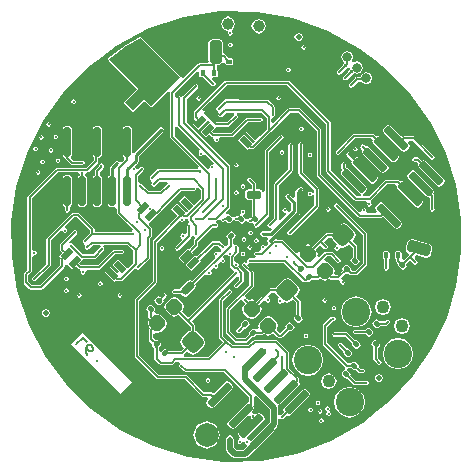
<source format=gbl>
G04*
G04 #@! TF.GenerationSoftware,Altium Limited,Altium Designer,20.0.13 (296)*
G04*
G04 Layer_Physical_Order=6*
G04 Layer_Color=16711680*
%FSLAX44Y44*%
%MOMM*%
G71*
G01*
G75*
%ADD11C,0.2000*%
%ADD12C,0.2500*%
G04:AMPARAMS|DCode=19|XSize=0.4mm|YSize=0.5mm|CornerRadius=0.05mm|HoleSize=0mm|Usage=FLASHONLY|Rotation=45.000|XOffset=0mm|YOffset=0mm|HoleType=Round|Shape=RoundedRectangle|*
%AMROUNDEDRECTD19*
21,1,0.4000,0.4000,0,0,45.0*
21,1,0.3000,0.5000,0,0,45.0*
1,1,0.1000,0.2475,-0.0354*
1,1,0.1000,0.0354,-0.2475*
1,1,0.1000,-0.2475,0.0354*
1,1,0.1000,-0.0354,0.2475*
%
%ADD19ROUNDEDRECTD19*%
G04:AMPARAMS|DCode=20|XSize=0.7mm|YSize=1.25mm|CornerRadius=0.175mm|HoleSize=0mm|Usage=FLASHONLY|Rotation=135.000|XOffset=0mm|YOffset=0mm|HoleType=Round|Shape=RoundedRectangle|*
%AMROUNDEDRECTD20*
21,1,0.7000,0.9000,0,0,135.0*
21,1,0.3500,1.2500,0,0,135.0*
1,1,0.3500,0.1945,0.4419*
1,1,0.3500,0.4419,0.1945*
1,1,0.3500,-0.1945,-0.4419*
1,1,0.3500,-0.4419,-0.1945*
%
%ADD20ROUNDEDRECTD20*%
G04:AMPARAMS|DCode=21|XSize=0.4mm|YSize=0.5mm|CornerRadius=0.05mm|HoleSize=0mm|Usage=FLASHONLY|Rotation=180.000|XOffset=0mm|YOffset=0mm|HoleType=Round|Shape=RoundedRectangle|*
%AMROUNDEDRECTD21*
21,1,0.4000,0.4000,0,0,180.0*
21,1,0.3000,0.5000,0,0,180.0*
1,1,0.1000,-0.1500,0.2000*
1,1,0.1000,0.1500,0.2000*
1,1,0.1000,0.1500,-0.2000*
1,1,0.1000,-0.1500,-0.2000*
%
%ADD21ROUNDEDRECTD21*%
G04:AMPARAMS|DCode=22|XSize=0.4mm|YSize=0.5mm|CornerRadius=0.05mm|HoleSize=0mm|Usage=FLASHONLY|Rotation=315.000|XOffset=0mm|YOffset=0mm|HoleType=Round|Shape=RoundedRectangle|*
%AMROUNDEDRECTD22*
21,1,0.4000,0.4000,0,0,315.0*
21,1,0.3000,0.5000,0,0,315.0*
1,1,0.1000,-0.0354,-0.2475*
1,1,0.1000,-0.2475,-0.0354*
1,1,0.1000,0.0354,0.2475*
1,1,0.1000,0.2475,0.0354*
%
%ADD22ROUNDEDRECTD22*%
%ADD24C,0.5000*%
%ADD30C,0.3000*%
%ADD31C,0.2000*%
G04:AMPARAMS|DCode=38|XSize=0.4mm|YSize=0.5mm|CornerRadius=0.05mm|HoleSize=0mm|Usage=FLASHONLY|Rotation=90.000|XOffset=0mm|YOffset=0mm|HoleType=Round|Shape=RoundedRectangle|*
%AMROUNDEDRECTD38*
21,1,0.4000,0.4000,0,0,90.0*
21,1,0.3000,0.5000,0,0,90.0*
1,1,0.1000,0.2000,0.1500*
1,1,0.1000,0.2000,-0.1500*
1,1,0.1000,-0.2000,-0.1500*
1,1,0.1000,-0.2000,0.1500*
%
%ADD38ROUNDEDRECTD38*%
G04:AMPARAMS|DCode=41|XSize=0.5mm|YSize=1mm|CornerRadius=0mm|HoleSize=0mm|Usage=FLASHONLY|Rotation=225.000|XOffset=0mm|YOffset=0mm|HoleType=Round|Shape=Rectangle|*
%AMROTATEDRECTD41*
4,1,4,-0.1768,0.5303,0.5303,-0.1768,0.1768,-0.5303,-0.5303,0.1768,-0.1768,0.5303,0.0*
%
%ADD41ROTATEDRECTD41*%

%ADD49C,0.8000*%
%ADD88C,2.4000*%
%ADD89C,1.1000*%
%ADD90C,0.1700*%
%ADD91C,1.0000*%
%ADD92C,2.0000*%
G04:AMPARAMS|DCode=105|XSize=1.2mm|YSize=1.2mm|CornerRadius=0.3mm|HoleSize=0mm|Usage=FLASHONLY|Rotation=225.000|XOffset=0mm|YOffset=0mm|HoleType=Round|Shape=RoundedRectangle|*
%AMROUNDEDRECTD105*
21,1,1.2000,0.6000,0,0,225.0*
21,1,0.6000,1.2000,0,0,225.0*
1,1,0.6000,-0.4243,0.0000*
1,1,0.6000,0.0000,0.4243*
1,1,0.6000,0.4243,0.0000*
1,1,0.6000,0.0000,-0.4243*
%
%ADD105ROUNDEDRECTD105*%
G04:AMPARAMS|DCode=106|XSize=1.6mm|YSize=1.5mm|CornerRadius=0.375mm|HoleSize=0mm|Usage=FLASHONLY|Rotation=225.000|XOffset=0mm|YOffset=0mm|HoleType=Round|Shape=RoundedRectangle|*
%AMROUNDEDRECTD106*
21,1,1.6000,0.7500,0,0,225.0*
21,1,0.8500,1.5000,0,0,225.0*
1,1,0.7500,-0.5657,-0.0354*
1,1,0.7500,0.0354,0.5657*
1,1,0.7500,0.5657,0.0354*
1,1,0.7500,-0.0354,-0.5657*
%
%ADD106ROUNDEDRECTD106*%
G04:AMPARAMS|DCode=107|XSize=1.2mm|YSize=1.2mm|CornerRadius=0.3mm|HoleSize=0mm|Usage=FLASHONLY|Rotation=135.000|XOffset=0mm|YOffset=0mm|HoleType=Round|Shape=RoundedRectangle|*
%AMROUNDEDRECTD107*
21,1,1.2000,0.6000,0,0,135.0*
21,1,0.6000,1.2000,0,0,135.0*
1,1,0.6000,0.0000,0.4243*
1,1,0.6000,0.4243,0.0000*
1,1,0.6000,0.0000,-0.4243*
1,1,0.6000,-0.4243,0.0000*
%
%ADD107ROUNDEDRECTD107*%
G04:AMPARAMS|DCode=108|XSize=1.6mm|YSize=1.5mm|CornerRadius=0.375mm|HoleSize=0mm|Usage=FLASHONLY|Rotation=135.000|XOffset=0mm|YOffset=0mm|HoleType=Round|Shape=RoundedRectangle|*
%AMROUNDEDRECTD108*
21,1,1.6000,0.7500,0,0,135.0*
21,1,0.8500,1.5000,0,0,135.0*
1,1,0.7500,-0.0354,0.5657*
1,1,0.7500,0.5657,-0.0354*
1,1,0.7500,0.0354,-0.5657*
1,1,0.7500,-0.5657,0.0354*
%
%ADD108ROUNDEDRECTD108*%
G04:AMPARAMS|DCode=109|XSize=0.5mm|YSize=1mm|CornerRadius=0mm|HoleSize=0mm|Usage=FLASHONLY|Rotation=135.000|XOffset=0mm|YOffset=0mm|HoleType=Round|Shape=Rectangle|*
%AMROTATEDRECTD109*
4,1,4,0.5303,0.1768,-0.1768,-0.5303,-0.5303,-0.1768,0.1768,0.5303,0.5303,0.1768,0.0*
%
%ADD109ROTATEDRECTD109*%

G04:AMPARAMS|DCode=110|XSize=0.7mm|YSize=1.25mm|CornerRadius=0.175mm|HoleSize=0mm|Usage=FLASHONLY|Rotation=90.000|XOffset=0mm|YOffset=0mm|HoleType=Round|Shape=RoundedRectangle|*
%AMROUNDEDRECTD110*
21,1,0.7000,0.9000,0,0,90.0*
21,1,0.3500,1.2500,0,0,90.0*
1,1,0.3500,0.4500,0.1750*
1,1,0.3500,0.4500,-0.1750*
1,1,0.3500,-0.4500,-0.1750*
1,1,0.3500,-0.4500,0.1750*
%
%ADD110ROUNDEDRECTD110*%
G04:AMPARAMS|DCode=111|XSize=0.3mm|YSize=0.1mm|CornerRadius=0.025mm|HoleSize=0mm|Usage=FLASHONLY|Rotation=135.000|XOffset=0mm|YOffset=0mm|HoleType=Round|Shape=RoundedRectangle|*
%AMROUNDEDRECTD111*
21,1,0.3000,0.0500,0,0,135.0*
21,1,0.2500,0.1000,0,0,135.0*
1,1,0.0500,-0.0707,0.1061*
1,1,0.0500,0.1061,-0.0707*
1,1,0.0500,0.0707,-0.1061*
1,1,0.0500,-0.1061,0.0707*
%
%ADD111ROUNDEDRECTD111*%
G04:AMPARAMS|DCode=112|XSize=0.6mm|YSize=2.5mm|CornerRadius=0.15mm|HoleSize=0mm|Usage=FLASHONLY|Rotation=225.000|XOffset=0mm|YOffset=0mm|HoleType=Round|Shape=RoundedRectangle|*
%AMROUNDEDRECTD112*
21,1,0.6000,2.2000,0,0,225.0*
21,1,0.3000,2.5000,0,0,225.0*
1,1,0.3000,-0.8839,0.6718*
1,1,0.3000,-0.6718,0.8839*
1,1,0.3000,0.8839,-0.6718*
1,1,0.3000,0.6718,-0.8839*
%
%ADD112ROUNDEDRECTD112*%
G04:AMPARAMS|DCode=113|XSize=0.6mm|YSize=2.5mm|CornerRadius=0.15mm|HoleSize=0mm|Usage=FLASHONLY|Rotation=0.000|XOffset=0mm|YOffset=0mm|HoleType=Round|Shape=RoundedRectangle|*
%AMROUNDEDRECTD113*
21,1,0.6000,2.2000,0,0,0.0*
21,1,0.3000,2.5000,0,0,0.0*
1,1,0.3000,0.1500,-1.1000*
1,1,0.3000,-0.1500,-1.1000*
1,1,0.3000,-0.1500,1.1000*
1,1,0.3000,0.1500,1.1000*
%
%ADD113ROUNDEDRECTD113*%
G04:AMPARAMS|DCode=114|XSize=0.6mm|YSize=2.5mm|CornerRadius=0.15mm|HoleSize=0mm|Usage=FLASHONLY|Rotation=135.000|XOffset=0mm|YOffset=0mm|HoleType=Round|Shape=RoundedRectangle|*
%AMROUNDEDRECTD114*
21,1,0.6000,2.2000,0,0,135.0*
21,1,0.3000,2.5000,0,0,135.0*
1,1,0.3000,0.6718,0.8839*
1,1,0.3000,0.8839,0.6718*
1,1,0.3000,-0.6718,-0.8839*
1,1,0.3000,-0.8839,-0.6718*
%
%ADD114ROUNDEDRECTD114*%
G04:AMPARAMS|DCode=115|XSize=1mm|YSize=2mm|CornerRadius=0.25mm|HoleSize=0mm|Usage=FLASHONLY|Rotation=165.000|XOffset=0mm|YOffset=0mm|HoleType=Round|Shape=RoundedRectangle|*
%AMROUNDEDRECTD115*
21,1,1.0000,1.5000,0,0,165.0*
21,1,0.5000,2.0000,0,0,165.0*
1,1,0.5000,-0.0474,0.7892*
1,1,0.5000,0.4356,0.6597*
1,1,0.5000,0.0474,-0.7892*
1,1,0.5000,-0.4356,-0.6597*
%
%ADD115ROUNDEDRECTD115*%
G04:AMPARAMS|DCode=116|XSize=1mm|YSize=2mm|CornerRadius=0.25mm|HoleSize=0mm|Usage=FLASHONLY|Rotation=75.000|XOffset=0mm|YOffset=0mm|HoleType=Round|Shape=RoundedRectangle|*
%AMROUNDEDRECTD116*
21,1,1.0000,1.5000,0,0,75.0*
21,1,0.5000,2.0000,0,0,75.0*
1,1,0.5000,0.7892,0.0474*
1,1,0.5000,0.6597,-0.4356*
1,1,0.5000,-0.7892,-0.0474*
1,1,0.5000,-0.6597,0.4356*
%
%ADD116ROUNDEDRECTD116*%
G04:AMPARAMS|DCode=117|XSize=1mm|YSize=2mm|CornerRadius=0.25mm|HoleSize=0mm|Usage=FLASHONLY|Rotation=270.000|XOffset=0mm|YOffset=0mm|HoleType=Round|Shape=RoundedRectangle|*
%AMROUNDEDRECTD117*
21,1,1.0000,1.5000,0,0,270.0*
21,1,0.5000,2.0000,0,0,270.0*
1,1,0.5000,-0.7500,-0.2500*
1,1,0.5000,-0.7500,0.2500*
1,1,0.5000,0.7500,0.2500*
1,1,0.5000,0.7500,-0.2500*
%
%ADD117ROUNDEDRECTD117*%
G04:AMPARAMS|DCode=118|XSize=1mm|YSize=2mm|CornerRadius=0.25mm|HoleSize=0mm|Usage=FLASHONLY|Rotation=180.000|XOffset=0mm|YOffset=0mm|HoleType=Round|Shape=RoundedRectangle|*
%AMROUNDEDRECTD118*
21,1,1.0000,1.5000,0,0,180.0*
21,1,0.5000,2.0000,0,0,180.0*
1,1,0.5000,-0.2500,0.7500*
1,1,0.5000,0.2500,0.7500*
1,1,0.5000,0.2500,-0.7500*
1,1,0.5000,-0.2500,-0.7500*
%
%ADD118ROUNDEDRECTD118*%
%ADD119C,0.5000*%
G36*
X1444702Y1265412D02*
X1475396Y1259816D01*
X1504731Y1249191D01*
X1531888Y1233832D01*
X1544000Y1224000D01*
X1555310Y1215270D01*
X1575044Y1194605D01*
X1591441Y1171203D01*
X1604127Y1145599D01*
X1612813Y1118377D01*
X1617301Y1090157D01*
X1617489Y1061584D01*
X1613372Y1033308D01*
X1605044Y1005974D01*
X1592696Y980205D01*
X1576608Y956590D01*
X1557147Y935667D01*
X1545953Y926790D01*
X1533914Y917071D01*
X1507007Y901785D01*
X1477983Y891053D01*
X1447605Y885157D01*
X1416673Y884254D01*
X1386002Y888366D01*
X1356401Y897386D01*
X1328648Y911076D01*
X1316062Y920076D01*
X1303924Y928755D01*
X1282656Y949690D01*
X1264917Y973689D01*
X1251142Y1000163D01*
X1241670Y1028463D01*
X1236731Y1057895D01*
X1236448Y1087737D01*
X1240828Y1117258D01*
X1249762Y1145732D01*
X1263033Y1172463D01*
X1280314Y1196794D01*
X1301181Y1218128D01*
X1313152Y1227036D01*
X1313153Y1227036D01*
X1313153Y1227036D01*
X1325519Y1236546D01*
X1353071Y1251185D01*
X1382675Y1261035D01*
X1413505Y1265822D01*
X1444702Y1265412D01*
D02*
G37*
%LPC*%
G36*
X1446000Y1259278D02*
X1441561Y1257439D01*
X1439722Y1253000D01*
X1441561Y1248561D01*
X1446000Y1246722D01*
X1450439Y1248561D01*
X1452278Y1253000D01*
X1450439Y1257439D01*
X1446000Y1259278D01*
D02*
G37*
G36*
X1420000Y1261278D02*
X1415561Y1259439D01*
X1413722Y1255000D01*
X1415561Y1250561D01*
X1418836Y1249204D01*
X1419706Y1248802D01*
X1420052Y1247000D01*
X1420104Y1246874D01*
X1420622Y1245622D01*
X1422000Y1245052D01*
X1423378Y1245622D01*
X1423948Y1247000D01*
X1423378Y1248378D01*
X1423886Y1250332D01*
X1424439Y1250561D01*
X1426278Y1255000D01*
X1424439Y1259439D01*
X1420000Y1261278D01*
D02*
G37*
G36*
X1479791Y1247572D02*
X1477266Y1246526D01*
X1476219Y1244000D01*
X1477266Y1241474D01*
X1479791Y1240428D01*
X1482317Y1241474D01*
X1483363Y1244000D01*
X1482317Y1246526D01*
X1479791Y1247572D01*
D02*
G37*
G36*
X1422000Y1238948D02*
X1420622Y1238378D01*
X1420052Y1237000D01*
X1420622Y1235622D01*
X1422000Y1235052D01*
X1423378Y1235622D01*
X1423948Y1237000D01*
X1423378Y1238378D01*
X1422000Y1238948D01*
D02*
G37*
G36*
X1484000Y1236948D02*
X1482622Y1236378D01*
X1482052Y1235000D01*
X1482622Y1233622D01*
X1484000Y1233052D01*
X1485378Y1233622D01*
X1485948Y1235000D01*
X1485378Y1236378D01*
X1484000Y1236948D01*
D02*
G37*
G36*
X1345983Y1243883D02*
X1345781Y1243800D01*
X1345564Y1243775D01*
X1333280Y1236978D01*
X1333238Y1236925D01*
X1333173Y1236908D01*
X1324694Y1230408D01*
X1318750Y1225851D01*
Y1225851D01*
X1318720Y1225799D01*
X1318665Y1225777D01*
Y1225776D01*
X1318558Y1225519D01*
X1318418Y1225278D01*
X1318434Y1225219D01*
X1318411Y1225164D01*
X1318517Y1224907D01*
X1318590Y1224637D01*
X1318642Y1224607D01*
X1318665Y1224552D01*
Y1224552D01*
X1319166Y1224050D01*
X1319166Y1224050D01*
X1319288Y1223929D01*
X1342996Y1200220D01*
X1332471Y1189696D01*
X1331923Y1189148D01*
Y1189148D01*
X1331670Y1188536D01*
X1331923Y1187923D01*
Y1187923D01*
X1332471Y1187375D01*
X1338923Y1180923D01*
X1339536Y1180670D01*
X1340148Y1180923D01*
X1348141Y1188916D01*
X1350141D01*
X1353960Y1185097D01*
X1354508Y1184548D01*
X1354508D01*
X1355120Y1184295D01*
X1355733Y1184548D01*
X1355733D01*
X1356281Y1185097D01*
X1369337Y1198153D01*
X1371032Y1197020D01*
X1370895Y1196687D01*
X1370895Y1196687D01*
Y1166792D01*
X1370895Y1166792D01*
X1370959Y1166637D01*
Y1164292D01*
X1370895Y1164137D01*
X1370895Y1164137D01*
Y1159589D01*
X1370895Y1159589D01*
X1371465Y1158212D01*
X1395263Y1134414D01*
X1394434Y1132414D01*
X1372904D01*
X1372800Y1132457D01*
X1372800Y1132457D01*
X1361625D01*
X1360247Y1131886D01*
X1360247Y1131886D01*
X1354082Y1125721D01*
X1353706Y1124813D01*
X1353511Y1124343D01*
X1354082Y1122965D01*
X1354953Y1122605D01*
X1355724Y1120547D01*
X1355723Y1120546D01*
X1355153Y1119168D01*
X1355723Y1117791D01*
X1357101Y1117220D01*
X1358479Y1117791D01*
X1362039Y1121352D01*
X1368502D01*
X1368899Y1119352D01*
X1368479Y1119178D01*
Y1119178D01*
X1362750Y1113448D01*
X1352688D01*
X1346858Y1119278D01*
X1345951Y1119654D01*
X1345481Y1119848D01*
X1343948Y1121378D01*
Y1126293D01*
X1348378Y1130722D01*
X1348378Y1130722D01*
X1348948Y1132100D01*
X1348378Y1133478D01*
X1347470Y1133854D01*
X1347000Y1134048D01*
X1345622Y1133478D01*
X1345622Y1133478D01*
X1343796Y1131651D01*
X1341792Y1132476D01*
X1341378Y1133478D01*
X1341085Y1134947D01*
X1343569Y1137431D01*
X1344219Y1139000D01*
Y1143081D01*
X1364843Y1163705D01*
X1365302Y1163895D01*
X1365952Y1165464D01*
X1365302Y1167033D01*
X1363733Y1167683D01*
X1363464D01*
X1361895Y1167033D01*
X1340691Y1145829D01*
X1339461Y1146056D01*
X1338691Y1146443D01*
Y1165850D01*
X1337962Y1167610D01*
X1336202Y1168340D01*
X1333202D01*
X1331442Y1167610D01*
X1330712Y1165850D01*
Y1143850D01*
X1331442Y1142090D01*
X1331977Y1141868D01*
X1332262Y1139698D01*
X1330251Y1137687D01*
X1327892Y1138157D01*
X1327802Y1138375D01*
X1326232Y1139025D01*
X1324664Y1138375D01*
X1320431Y1134142D01*
X1319781Y1132573D01*
Y1126341D01*
X1318742Y1125910D01*
X1318012Y1124150D01*
Y1102150D01*
X1318742Y1100390D01*
X1320502Y1099660D01*
X1323502D01*
X1324052Y1099888D01*
X1326052Y1098566D01*
Y1095000D01*
X1326052Y1095000D01*
X1326622Y1093622D01*
X1339331Y1080914D01*
X1338502Y1078914D01*
X1316404D01*
X1316300Y1078957D01*
X1316300Y1078957D01*
X1307073D01*
Y1080875D01*
X1307074Y1080875D01*
X1306503Y1082253D01*
X1294378Y1094378D01*
X1293000Y1094948D01*
X1293000Y1094948D01*
X1288500D01*
X1288500Y1094948D01*
X1287122Y1094378D01*
X1266622Y1073878D01*
X1266052Y1072500D01*
X1266052Y1072500D01*
Y1051807D01*
X1254622Y1040378D01*
X1254052Y1039000D01*
X1254622Y1037622D01*
X1256000Y1037052D01*
X1257378Y1037622D01*
X1269378Y1049622D01*
X1269378Y1049622D01*
X1269948Y1051000D01*
Y1071693D01*
X1278204Y1079949D01*
X1280325Y1079241D01*
X1280622Y1078522D01*
X1282000Y1077952D01*
X1283378Y1078522D01*
X1283948Y1079900D01*
X1283378Y1081278D01*
X1282659Y1081575D01*
X1281951Y1083696D01*
X1289307Y1091052D01*
X1292193D01*
X1303177Y1080068D01*
Y1077816D01*
X1297582Y1072221D01*
X1297206Y1071313D01*
X1297011Y1070843D01*
X1297582Y1069466D01*
X1298453Y1069105D01*
X1299224Y1067047D01*
X1299223Y1067046D01*
X1298653Y1065668D01*
X1299223Y1064291D01*
X1300601Y1063720D01*
X1301979Y1064291D01*
X1305540Y1067852D01*
X1312001D01*
X1312399Y1065852D01*
X1311979Y1065678D01*
Y1065678D01*
X1306250Y1059948D01*
X1297215D01*
X1288478Y1068686D01*
X1287100Y1069256D01*
X1286685Y1069084D01*
X1286485Y1069002D01*
X1285352Y1070697D01*
X1291878Y1077222D01*
X1291878Y1077222D01*
X1292448Y1078600D01*
X1291878Y1079978D01*
X1290929Y1080371D01*
X1290500Y1080548D01*
X1289122Y1079978D01*
X1289122Y1079978D01*
X1278422Y1069278D01*
X1277852Y1067900D01*
X1277852Y1067900D01*
Y1063700D01*
X1277852Y1063700D01*
X1278422Y1062322D01*
X1279961Y1060784D01*
X1277237Y1058061D01*
X1278288Y1057010D01*
X1277852Y1055957D01*
X1277852Y1055957D01*
Y1050607D01*
X1261193Y1033948D01*
X1253807D01*
X1250948Y1036807D01*
Y1042193D01*
X1253378Y1044622D01*
X1253378Y1044622D01*
X1253948Y1046000D01*
Y1057737D01*
X1255948Y1059073D01*
X1256000Y1059052D01*
X1257378Y1059622D01*
X1257948Y1061000D01*
X1257378Y1062378D01*
X1256000Y1062948D01*
X1255948Y1062927D01*
X1253948Y1064263D01*
Y1107193D01*
X1275905Y1129149D01*
X1293009D01*
X1294560Y1127346D01*
X1294468Y1126377D01*
X1293342Y1125910D01*
X1292612Y1124150D01*
Y1102150D01*
X1293342Y1100390D01*
X1295102Y1099660D01*
X1298102D01*
X1299862Y1100390D01*
X1300591Y1102150D01*
Y1124150D01*
X1299862Y1125910D01*
X1298736Y1126377D01*
X1298644Y1127346D01*
X1300195Y1129149D01*
X1300598D01*
X1300598Y1129149D01*
X1301975Y1129720D01*
X1309522Y1137266D01*
X1309522Y1137266D01*
X1310092Y1138644D01*
Y1141361D01*
X1310802D01*
X1312562Y1142090D01*
X1313291Y1143850D01*
Y1165850D01*
X1312562Y1167610D01*
X1310802Y1168340D01*
X1307802D01*
X1306042Y1167610D01*
X1305312Y1165850D01*
Y1143850D01*
X1306042Y1142090D01*
X1306196Y1142026D01*
Y1139451D01*
X1299791Y1133046D01*
X1275098D01*
X1275098Y1133046D01*
X1273720Y1132475D01*
X1273720Y1132475D01*
X1250622Y1109378D01*
X1250052Y1108000D01*
X1250052Y1108000D01*
Y1046807D01*
X1247622Y1044378D01*
X1247052Y1043000D01*
X1247052Y1043000D01*
Y1036000D01*
X1247052Y1036000D01*
X1247622Y1034622D01*
X1251622Y1030622D01*
X1251622Y1030622D01*
X1253000Y1030052D01*
X1262000D01*
X1262000Y1030052D01*
X1263378Y1030622D01*
X1281178Y1048422D01*
X1281748Y1049800D01*
X1282061Y1050329D01*
X1282134Y1050437D01*
X1282187Y1050491D01*
X1284767Y1050530D01*
X1288268Y1047030D01*
X1290991Y1049753D01*
X1293244Y1047501D01*
X1294282Y1047071D01*
X1294657Y1046841D01*
X1295427Y1044930D01*
X1295331Y1044700D01*
X1295902Y1043322D01*
X1296372Y1043128D01*
X1297280Y1042752D01*
X1298657Y1043322D01*
X1299228Y1044700D01*
X1299133Y1044930D01*
X1300418Y1046930D01*
X1310379D01*
X1310379Y1046930D01*
X1311756Y1047501D01*
X1324070Y1059815D01*
X1330046D01*
X1331424Y1060386D01*
X1331994Y1061763D01*
X1331424Y1063141D01*
X1330046Y1063712D01*
X1324538D01*
X1323637Y1064085D01*
X1322259Y1063514D01*
X1309572Y1050827D01*
X1295428D01*
X1293747Y1052508D01*
X1296470Y1055232D01*
X1298131Y1056052D01*
X1307057D01*
X1307057Y1056052D01*
X1308435Y1056622D01*
X1314734Y1062922D01*
X1314735Y1062922D01*
X1315305Y1064300D01*
X1314735Y1065678D01*
X1314315Y1065852D01*
X1314712Y1067852D01*
X1334893D01*
X1339752Y1062993D01*
Y1052507D01*
X1336225Y1048981D01*
X1334799Y1047596D01*
X1326597Y1055798D01*
X1321930Y1051132D01*
X1327610Y1045451D01*
X1327142Y1043090D01*
X1326743Y1042924D01*
X1320232Y1049435D01*
X1315565Y1044768D01*
X1323768Y1036565D01*
X1324765Y1037563D01*
X1326000Y1037052D01*
X1329000D01*
X1329000Y1037052D01*
X1330378Y1037622D01*
X1340399Y1047643D01*
X1342622Y1047501D01*
X1344000Y1046930D01*
X1345378Y1047501D01*
X1345540Y1047893D01*
X1353144Y1055497D01*
X1353667Y1056759D01*
Y1072768D01*
X1355043Y1074143D01*
X1355565Y1075406D01*
Y1081713D01*
X1355043Y1082976D01*
X1353313Y1084705D01*
X1352889Y1086530D01*
X1357798Y1091438D01*
X1358156Y1091587D01*
X1360000Y1093431D01*
X1361063Y1093871D01*
X1368148Y1100956D01*
X1368256Y1101001D01*
X1380536Y1113281D01*
X1390900D01*
X1392278Y1113852D01*
X1392848Y1115229D01*
X1392492Y1116090D01*
X1394105Y1117169D01*
X1394336Y1117075D01*
X1396852Y1114559D01*
Y1106907D01*
X1391170Y1101225D01*
X1383096Y1109298D01*
X1378430Y1104632D01*
X1386503Y1096558D01*
X1384806Y1094861D01*
X1376732Y1102935D01*
X1372065Y1098268D01*
X1377632Y1092701D01*
X1356622Y1071692D01*
X1356052Y1070314D01*
X1356052Y1070314D01*
Y1036807D01*
X1341622Y1022378D01*
X1341052Y1021000D01*
X1341052Y1021000D01*
Y974000D01*
X1341052Y974000D01*
X1341622Y972622D01*
X1359622Y954622D01*
X1359622Y954622D01*
X1361000Y954052D01*
X1383193D01*
X1397581Y939664D01*
X1398958Y939093D01*
X1398958Y939093D01*
X1402346D01*
X1403174Y937093D01*
X1402166Y936084D01*
X1401436Y934324D01*
X1402166Y932564D01*
X1404287Y930442D01*
X1406047Y929713D01*
X1407808Y930442D01*
X1423364Y945999D01*
X1424093Y947759D01*
X1423364Y949519D01*
X1421243Y951641D01*
X1419482Y952370D01*
X1417722Y951641D01*
X1408500Y942419D01*
X1407314D01*
X1405936Y942990D01*
X1405936Y942990D01*
X1399765D01*
X1385378Y957378D01*
X1384000Y957948D01*
X1384000Y957948D01*
X1361807D01*
X1344948Y974807D01*
Y1020193D01*
X1359378Y1034622D01*
X1359378Y1034622D01*
X1359948Y1036000D01*
Y1069507D01*
X1378572Y1088131D01*
X1379922Y1087863D01*
X1380830Y1087487D01*
X1381300Y1087292D01*
X1382678Y1087863D01*
X1383248Y1089240D01*
X1384125Y1090552D01*
X1385200D01*
X1386282Y1089829D01*
Y1088670D01*
X1386282Y1088670D01*
X1386816Y1087379D01*
X1386837Y1087236D01*
X1386229Y1085088D01*
X1385923Y1084961D01*
X1385352Y1083583D01*
Y1078036D01*
X1384910Y1077753D01*
X1383021Y1077088D01*
X1381644Y1077659D01*
X1380266Y1077088D01*
X1379890Y1076180D01*
X1379695Y1075710D01*
X1380266Y1074333D01*
X1380538Y1074220D01*
X1381061Y1071914D01*
X1375622Y1066476D01*
X1375206Y1065470D01*
X1375052Y1065098D01*
X1375052Y1065098D01*
Y1065000D01*
X1375622Y1063624D01*
X1375622Y1063622D01*
X1377000Y1063052D01*
X1378378Y1063622D01*
X1378447Y1063790D01*
X1388678Y1074021D01*
X1388678Y1074021D01*
X1389249Y1075399D01*
X1389471Y1075529D01*
X1390010Y1075564D01*
X1391839Y1074601D01*
X1392101Y1073286D01*
X1391579Y1072765D01*
X1391009Y1071387D01*
X1391009Y1071387D01*
Y1068421D01*
X1386895Y1064307D01*
X1385939Y1065263D01*
X1377737Y1057061D01*
X1382404Y1052394D01*
X1390606Y1060596D01*
X1389651Y1061552D01*
X1394335Y1066236D01*
X1394335Y1066236D01*
X1394905Y1067614D01*
Y1070580D01*
X1406842Y1082517D01*
X1409928D01*
X1411306Y1083088D01*
X1411876Y1084465D01*
X1411306Y1085843D01*
X1410217Y1086294D01*
X1410140Y1086797D01*
X1410139Y1087788D01*
X1410196Y1088156D01*
X1410862Y1088561D01*
X1411305Y1088744D01*
X1411524Y1088963D01*
X1411900Y1089192D01*
X1413927Y1088538D01*
X1414207Y1087863D01*
X1415585Y1087292D01*
X1416962Y1087863D01*
X1417273Y1088173D01*
X1418302D01*
X1419823Y1086652D01*
X1420818Y1086240D01*
X1421813Y1086652D01*
X1423517Y1088355D01*
X1425039Y1088651D01*
X1426004Y1088544D01*
X1426898Y1088174D01*
X1428508D01*
X1428524Y1088158D01*
X1428524Y1088158D01*
X1428623Y1088117D01*
X1430674Y1086066D01*
X1431669Y1085654D01*
X1432664Y1086066D01*
X1434416Y1087817D01*
X1436039Y1087685D01*
X1436642Y1087444D01*
X1436834Y1086980D01*
X1438212Y1086410D01*
X1439483D01*
X1439483Y1086410D01*
X1440260Y1086732D01*
X1441788Y1085599D01*
X1441958Y1085347D01*
X1441920Y1084465D01*
X1442491Y1083088D01*
X1443869Y1082517D01*
X1445246Y1083088D01*
X1454378Y1092219D01*
X1454378Y1092219D01*
X1454948Y1093596D01*
X1454948Y1093597D01*
Y1146193D01*
X1466378Y1157622D01*
X1466378Y1157622D01*
X1466948Y1159000D01*
X1466378Y1160378D01*
X1465000Y1160948D01*
X1463622Y1160378D01*
X1463622Y1160378D01*
X1451622Y1148378D01*
X1451052Y1147000D01*
X1451052Y1147000D01*
Y1113151D01*
X1449052Y1112753D01*
X1448452Y1114201D01*
X1446500Y1115010D01*
X1443948D01*
Y1119096D01*
X1443378Y1120473D01*
X1443378Y1120473D01*
X1439590Y1124261D01*
X1438212Y1124832D01*
X1436834Y1124261D01*
X1436263Y1122884D01*
X1436834Y1121506D01*
X1440052Y1118289D01*
Y1115010D01*
X1437500D01*
X1435548Y1114201D01*
X1434740Y1112250D01*
Y1108750D01*
X1435548Y1106798D01*
X1437500Y1105990D01*
X1440052D01*
Y1091777D01*
X1439159Y1090884D01*
X1439093Y1090724D01*
X1438676Y1090306D01*
X1438212D01*
X1437045Y1089823D01*
X1436530Y1089790D01*
X1434819Y1090096D01*
X1434785Y1090177D01*
X1432979Y1091983D01*
X1433548Y1094242D01*
X1433933Y1094401D01*
X1434503Y1095779D01*
X1433933Y1097157D01*
X1432555Y1097727D01*
X1431648Y1097351D01*
X1431178Y1097157D01*
X1430607Y1095779D01*
X1430820Y1095265D01*
X1429967Y1093006D01*
X1429964Y1093002D01*
X1429032Y1092070D01*
X1426898D01*
X1425613Y1091538D01*
X1425520Y1091500D01*
X1423309Y1091388D01*
X1421106Y1093592D01*
X1420111Y1094004D01*
X1419116Y1093592D01*
X1419030Y1093505D01*
X1418917Y1093528D01*
X1418259Y1095698D01*
X1421378Y1098817D01*
X1421378Y1098817D01*
X1421948Y1100194D01*
X1421948Y1100195D01*
Y1134000D01*
X1421948Y1134000D01*
X1421378Y1135378D01*
X1384948Y1171807D01*
Y1191193D01*
X1394378Y1200622D01*
X1394378Y1200622D01*
X1394948Y1202000D01*
X1394378Y1203378D01*
X1393470Y1203754D01*
X1393000Y1203948D01*
X1391622Y1203378D01*
X1391622Y1203378D01*
X1381979Y1193735D01*
X1379962Y1193378D01*
X1379756Y1193463D01*
X1378584Y1193948D01*
X1377207Y1193378D01*
X1376791Y1192374D01*
X1374791Y1192772D01*
Y1195880D01*
X1393593Y1214682D01*
X1395593Y1213854D01*
Y1211000D01*
X1396005Y1210005D01*
X1397000Y1209593D01*
X1399152D01*
X1406123Y1202622D01*
X1407151Y1202196D01*
X1407500Y1202052D01*
X1407500Y1202052D01*
X1407621D01*
X1408998Y1202622D01*
X1408999Y1202622D01*
X1409570Y1204000D01*
X1409375Y1204470D01*
X1408999Y1205378D01*
X1408793Y1205463D01*
X1406511Y1207745D01*
X1406618Y1208151D01*
X1407491Y1209593D01*
X1410000D01*
X1410995Y1210005D01*
X1411407Y1211000D01*
Y1215000D01*
X1410995Y1215995D01*
X1410448Y1216221D01*
Y1220428D01*
X1412000D01*
X1414525Y1221475D01*
X1414562Y1221562D01*
X1417004Y1222232D01*
X1417593Y1221792D01*
Y1221500D01*
X1418005Y1220505D01*
X1419000Y1220093D01*
X1423000D01*
X1423995Y1220505D01*
X1424407Y1221500D01*
Y1224500D01*
X1423995Y1225495D01*
X1423000Y1225907D01*
X1420848D01*
X1417706Y1229049D01*
X1416328Y1229620D01*
X1415572Y1231468D01*
Y1239000D01*
X1414525Y1241526D01*
X1412000Y1242572D01*
X1407000D01*
X1404474Y1241526D01*
X1403428Y1239000D01*
Y1224000D01*
X1403615Y1223548D01*
X1402504Y1221885D01*
X1396093D01*
X1394715Y1221315D01*
X1382193Y1208793D01*
X1380271Y1209700D01*
X1380092Y1210133D01*
Y1210133D01*
X1379544Y1210681D01*
X1346595Y1243630D01*
X1346393Y1243713D01*
X1346222Y1243849D01*
X1346098Y1243836D01*
X1345983Y1243883D01*
D02*
G37*
G36*
X1471000Y1217948D02*
X1469622Y1217378D01*
X1469052Y1216000D01*
X1469622Y1214622D01*
X1471000Y1214052D01*
X1472378Y1214622D01*
X1472948Y1216000D01*
X1472378Y1217378D01*
X1471000Y1217948D01*
D02*
G37*
G36*
X1521000Y1232196D02*
X1517326Y1230674D01*
X1515804Y1227000D01*
X1517326Y1223326D01*
X1517621Y1223204D01*
X1517930Y1222389D01*
X1517767Y1220979D01*
X1517489Y1220864D01*
X1517489Y1220864D01*
X1517136Y1220511D01*
X1517136Y1220511D01*
X1516803Y1219707D01*
X1516803Y1219707D01*
X1516846Y1219602D01*
X1512622Y1215378D01*
X1512052Y1214000D01*
X1512622Y1212622D01*
X1514000Y1212052D01*
X1515378Y1212622D01*
X1519602Y1216846D01*
X1519707Y1216803D01*
X1519708Y1216803D01*
X1520511Y1217136D01*
X1520511Y1217136D01*
X1520864Y1217489D01*
X1520864Y1217489D01*
X1520982Y1217774D01*
X1522179Y1217816D01*
X1523083Y1217472D01*
X1523183Y1216973D01*
X1522519Y1215877D01*
X1522489Y1215864D01*
X1522489Y1215864D01*
X1522136Y1215511D01*
X1522136Y1215511D01*
X1521803Y1214707D01*
X1521803Y1214707D01*
X1521846Y1214602D01*
X1517622Y1210378D01*
X1517246Y1209470D01*
X1517052Y1209000D01*
X1517622Y1207622D01*
X1519000Y1207052D01*
X1520378Y1207622D01*
X1520378Y1207622D01*
X1524602Y1211847D01*
X1524707Y1211803D01*
X1525511Y1212136D01*
X1525864Y1212489D01*
X1527797Y1213303D01*
X1529000Y1212804D01*
X1531075Y1213664D01*
X1532148Y1214108D01*
X1533205Y1212382D01*
X1532790Y1211379D01*
X1532197Y1209948D01*
X1529000D01*
X1528947Y1209926D01*
X1528293Y1210197D01*
X1527489Y1209864D01*
X1527136Y1209511D01*
X1526803Y1208707D01*
X1526846Y1208602D01*
X1522622Y1204378D01*
X1522052Y1203000D01*
X1522622Y1201622D01*
X1524000Y1201052D01*
X1525378Y1201622D01*
X1529602Y1205846D01*
X1529707Y1205803D01*
X1530308Y1206052D01*
X1533026D01*
X1533326Y1205326D01*
X1537000Y1203804D01*
X1540674Y1205326D01*
X1542195Y1209000D01*
X1540674Y1212674D01*
X1537000Y1214195D01*
X1534925Y1213336D01*
X1533852Y1212892D01*
X1532795Y1214618D01*
X1533210Y1215621D01*
X1534196Y1218000D01*
X1532674Y1221674D01*
X1529000Y1223195D01*
X1526925Y1222336D01*
X1525852Y1221892D01*
X1524795Y1223618D01*
X1526196Y1227000D01*
X1524674Y1230674D01*
X1521000Y1232196D01*
D02*
G37*
G36*
X1462900Y1194048D02*
X1461522Y1193478D01*
X1460952Y1192100D01*
X1461522Y1190722D01*
X1462900Y1190152D01*
X1464278Y1190722D01*
X1464848Y1192100D01*
X1464278Y1193478D01*
X1462900Y1194048D01*
D02*
G37*
G36*
X1395000Y1193848D02*
X1393622Y1193278D01*
X1393052Y1191900D01*
X1393622Y1190522D01*
X1395000Y1189952D01*
X1396378Y1190522D01*
X1396948Y1191900D01*
X1396378Y1193278D01*
X1395000Y1193848D01*
D02*
G37*
G36*
X1289201Y1191149D02*
X1287823Y1190578D01*
X1287252Y1189201D01*
X1287823Y1187823D01*
X1289201Y1187252D01*
X1290578Y1187823D01*
X1291149Y1189201D01*
X1290578Y1190578D01*
X1289201Y1191149D01*
D02*
G37*
G36*
X1267998Y1171946D02*
X1266620Y1171375D01*
X1266049Y1169998D01*
X1266620Y1168620D01*
X1267998Y1168049D01*
X1269375Y1168620D01*
X1269946Y1169998D01*
X1269375Y1171375D01*
X1267998Y1171946D01*
D02*
G37*
G36*
X1482000Y1167892D02*
X1480622Y1167321D01*
X1480052Y1165943D01*
X1480622Y1164566D01*
X1482000Y1163995D01*
X1483378Y1164566D01*
X1483948Y1165943D01*
X1483378Y1167321D01*
X1482000Y1167892D01*
D02*
G37*
G36*
X1274201Y1161149D02*
X1272823Y1160578D01*
X1272252Y1159201D01*
X1272823Y1157823D01*
X1274201Y1157252D01*
X1275578Y1157823D01*
X1276149Y1159201D01*
X1275578Y1160578D01*
X1274201Y1161149D01*
D02*
G37*
G36*
X1261998Y1160946D02*
X1260620Y1160375D01*
X1260049Y1158998D01*
X1260620Y1157620D01*
X1261998Y1157049D01*
X1263375Y1157620D01*
X1263946Y1158998D01*
X1263375Y1160375D01*
X1261998Y1160946D01*
D02*
G37*
G36*
X1256998Y1150946D02*
X1255620Y1150375D01*
X1255049Y1148998D01*
X1255620Y1147620D01*
X1256998Y1147049D01*
X1258375Y1147620D01*
X1258946Y1148998D01*
X1258375Y1150375D01*
X1256998Y1150946D01*
D02*
G37*
G36*
X1527657Y1150838D02*
X1526279Y1150267D01*
X1525709Y1148889D01*
X1526279Y1147512D01*
X1527657Y1146941D01*
X1529035Y1147512D01*
X1529605Y1148889D01*
X1529035Y1150267D01*
X1527657Y1150838D01*
D02*
G37*
G36*
X1269997Y1149946D02*
X1268620Y1149375D01*
X1268049Y1147998D01*
X1268620Y1146620D01*
X1269997Y1146049D01*
X1271375Y1146620D01*
X1271946Y1147998D01*
X1271375Y1149375D01*
X1269997Y1149946D01*
D02*
G37*
G36*
X1465747Y1147948D02*
X1464369Y1147378D01*
X1463799Y1146000D01*
X1464369Y1144622D01*
X1465747Y1144052D01*
X1467125Y1144622D01*
X1467695Y1146000D01*
X1467125Y1147378D01*
X1465747Y1147948D01*
D02*
G37*
G36*
X1489373Y1145868D02*
X1487995Y1145297D01*
X1487424Y1143919D01*
X1487995Y1142542D01*
X1489373Y1141971D01*
X1490750Y1142542D01*
X1491321Y1143919D01*
X1490750Y1145297D01*
X1489373Y1145868D01*
D02*
G37*
G36*
X1555776Y1169295D02*
X1554016Y1168566D01*
X1551895Y1166445D01*
X1551165Y1164684D01*
X1551895Y1162924D01*
X1567451Y1147367D01*
X1569211Y1146638D01*
X1570972Y1147367D01*
X1573093Y1149489D01*
X1573822Y1151249D01*
X1573093Y1153009D01*
X1572084Y1154018D01*
X1572912Y1156018D01*
X1576226D01*
X1591622Y1140622D01*
X1591622Y1140622D01*
X1593000Y1140052D01*
X1594378Y1140622D01*
X1594771Y1141571D01*
X1594948Y1142000D01*
X1594378Y1143378D01*
X1594378Y1143378D01*
X1578411Y1159344D01*
X1577033Y1159915D01*
X1577033Y1159915D01*
X1569322D01*
X1567944Y1159344D01*
X1566097Y1160006D01*
X1557536Y1168566D01*
X1555776Y1169295D01*
D02*
G37*
G36*
X1527000Y1161948D02*
X1525622Y1161378D01*
Y1161378D01*
X1511622Y1147378D01*
X1511052Y1146000D01*
X1511622Y1144622D01*
X1513000Y1144052D01*
X1514378Y1144622D01*
X1527807Y1158052D01*
X1541152D01*
X1542461Y1156370D01*
X1542185Y1155704D01*
X1542915Y1153943D01*
X1558471Y1138387D01*
X1560231Y1137658D01*
X1561992Y1138387D01*
X1564113Y1140508D01*
X1564842Y1142269D01*
X1564113Y1144029D01*
X1548557Y1159585D01*
X1546796Y1160315D01*
X1545484Y1159771D01*
X1543878Y1161378D01*
X1542500Y1161948D01*
X1542500Y1161948D01*
X1527000D01*
X1527000Y1161948D01*
D02*
G37*
G36*
X1275997Y1140946D02*
X1274620Y1140375D01*
X1274049Y1138998D01*
X1274620Y1137620D01*
X1275997Y1137049D01*
X1277375Y1137620D01*
X1277946Y1138998D01*
X1277375Y1140375D01*
X1275997Y1140946D01*
D02*
G37*
G36*
X1262998Y1139946D02*
X1261620Y1139375D01*
X1261049Y1137998D01*
X1261620Y1136620D01*
X1262998Y1136049D01*
X1264375Y1136620D01*
X1264946Y1137998D01*
X1264375Y1139375D01*
X1262998Y1139946D01*
D02*
G37*
G36*
X1285402Y1168340D02*
X1282402D01*
X1280642Y1167610D01*
X1279912Y1165850D01*
Y1143850D01*
X1280642Y1142090D01*
X1281954Y1141481D01*
X1282524Y1140103D01*
X1286667Y1135961D01*
X1286667Y1135961D01*
X1288044Y1135390D01*
X1288044Y1135390D01*
X1296602D01*
X1297980Y1135961D01*
X1298550Y1137338D01*
X1297980Y1138716D01*
X1296602Y1139287D01*
X1288851D01*
X1286978Y1141161D01*
X1287162Y1142090D01*
X1287891Y1143850D01*
Y1165850D01*
X1287162Y1167610D01*
X1285402Y1168340D01*
D02*
G37*
G36*
X1426898Y1137297D02*
X1425520Y1136726D01*
X1424950Y1135348D01*
X1425520Y1133971D01*
X1426898Y1133400D01*
X1428276Y1133971D01*
X1428846Y1135348D01*
X1428276Y1136726D01*
X1426898Y1137297D01*
D02*
G37*
G36*
X1534000Y1152948D02*
X1532622Y1152378D01*
X1532246Y1151470D01*
X1532052Y1151000D01*
X1532622Y1149622D01*
X1532626Y1149621D01*
X1532630Y1149615D01*
X1532794Y1149219D01*
X1533766Y1148247D01*
X1533813Y1148191D01*
X1533205Y1146723D01*
X1533934Y1144963D01*
X1549491Y1129407D01*
X1551251Y1128678D01*
X1553011Y1129407D01*
X1555133Y1131528D01*
X1555862Y1133288D01*
X1555133Y1135049D01*
X1539576Y1150605D01*
X1537816Y1151334D01*
X1537714Y1151292D01*
X1535379Y1152374D01*
X1535378Y1152378D01*
X1534000Y1152948D01*
D02*
G37*
G36*
X1259201Y1131149D02*
X1257823Y1130578D01*
X1257252Y1129201D01*
X1257823Y1127823D01*
X1259201Y1127252D01*
X1260578Y1127823D01*
X1261149Y1129201D01*
X1260578Y1130578D01*
X1259201Y1131149D01*
D02*
G37*
G36*
X1522000Y1146576D02*
X1520622Y1146005D01*
X1520621Y1146002D01*
X1520428Y1145535D01*
X1520052Y1144628D01*
Y1144579D01*
X1520052Y1144579D01*
X1520622Y1143201D01*
X1524768Y1139055D01*
X1524225Y1137743D01*
X1524954Y1135983D01*
X1540510Y1120427D01*
X1542270Y1119698D01*
X1544031Y1120427D01*
X1546152Y1122548D01*
X1546881Y1124308D01*
X1546152Y1126069D01*
X1530596Y1141625D01*
X1528835Y1142354D01*
X1527523Y1141811D01*
X1523412Y1145922D01*
X1523378Y1146005D01*
X1522469Y1146382D01*
X1522466Y1146383D01*
X1522466D01*
X1522002Y1146575D01*
X1522000Y1146576D01*
D02*
G37*
G36*
X1580460Y1141948D02*
X1580460Y1141948D01*
X1578000D01*
X1576622Y1141378D01*
X1576052Y1140000D01*
X1576622Y1138622D01*
X1578000Y1138052D01*
X1579653D01*
X1581195Y1136510D01*
X1580652Y1135198D01*
X1581381Y1133438D01*
X1596937Y1117881D01*
X1598698Y1117152D01*
X1600458Y1117881D01*
X1602579Y1120003D01*
X1603308Y1121763D01*
X1602579Y1123523D01*
X1587023Y1139080D01*
X1585262Y1139809D01*
X1583951Y1139265D01*
X1581838Y1141378D01*
X1580460Y1141948D01*
D02*
G37*
G36*
X1432555Y1119175D02*
X1431178Y1118605D01*
X1430607Y1117227D01*
X1431178Y1115849D01*
X1432555Y1115279D01*
X1433933Y1115849D01*
X1434504Y1117227D01*
X1433933Y1118605D01*
X1432555Y1119175D01*
D02*
G37*
G36*
X1481496Y1154948D02*
X1480119Y1154378D01*
X1479548Y1153000D01*
Y1128343D01*
X1479548Y1128343D01*
X1480119Y1126965D01*
X1493052Y1114032D01*
Y1113961D01*
X1492910Y1112020D01*
X1492910Y1112020D01*
Y1112020D01*
X1491052Y1111650D01*
X1490750Y1112378D01*
X1489373Y1112948D01*
X1487995Y1112378D01*
X1487424Y1111000D01*
X1487995Y1109622D01*
X1489373Y1109052D01*
X1490750Y1109622D01*
X1491052Y1110350D01*
X1492910Y1109980D01*
Y1109980D01*
X1492910Y1109980D01*
X1493052Y1108039D01*
Y1101581D01*
X1470776Y1079305D01*
X1470205Y1077927D01*
X1470776Y1076549D01*
X1472153Y1075978D01*
X1473531Y1076549D01*
X1496378Y1099396D01*
X1496378Y1099396D01*
X1496948Y1100773D01*
Y1114839D01*
X1496948Y1114839D01*
X1496378Y1116217D01*
X1496378Y1116217D01*
X1483445Y1129150D01*
Y1153000D01*
X1482874Y1154378D01*
X1481496Y1154948D01*
D02*
G37*
G36*
X1426898Y1113948D02*
X1425520Y1113378D01*
X1424950Y1112000D01*
X1425520Y1110622D01*
X1426898Y1110052D01*
X1428276Y1110622D01*
X1428846Y1112000D01*
X1428276Y1113378D01*
X1426898Y1113948D01*
D02*
G37*
G36*
X1312702Y1136948D02*
X1311325Y1136378D01*
X1310754Y1135000D01*
Y1134509D01*
X1307924Y1131680D01*
X1307354Y1130302D01*
X1307354Y1130302D01*
Y1126454D01*
X1306042Y1125910D01*
X1305312Y1124150D01*
Y1102150D01*
X1306042Y1100390D01*
X1307802Y1099660D01*
X1310802D01*
X1312562Y1100390D01*
X1313291Y1102150D01*
Y1124150D01*
X1312562Y1125910D01*
X1311250Y1126454D01*
Y1129495D01*
X1314080Y1132325D01*
X1314080Y1132325D01*
X1314651Y1133702D01*
Y1135000D01*
X1314080Y1136378D01*
X1312702Y1136948D01*
D02*
G37*
G36*
X1417900Y1206948D02*
X1416522Y1206378D01*
Y1206378D01*
X1402122Y1191978D01*
X1402122Y1191978D01*
X1391422Y1181278D01*
X1390852Y1179900D01*
X1390852Y1179900D01*
Y1175700D01*
X1390852Y1175700D01*
X1391422Y1174323D01*
X1392961Y1172784D01*
X1390237Y1170061D01*
X1394904Y1165394D01*
X1403081Y1173571D01*
X1404778Y1171874D01*
X1396601Y1163697D01*
X1401268Y1159030D01*
X1403991Y1161753D01*
X1406243Y1159501D01*
X1407282Y1159071D01*
X1407657Y1158841D01*
X1408427Y1156930D01*
X1408331Y1156700D01*
X1408902Y1155322D01*
X1409372Y1155128D01*
X1410280Y1154752D01*
X1411657Y1155322D01*
X1412228Y1156700D01*
X1412133Y1156930D01*
X1413418Y1158930D01*
X1423378D01*
X1423379Y1158930D01*
X1424756Y1159501D01*
X1437036Y1171781D01*
X1447400D01*
X1448778Y1172352D01*
X1449348Y1173729D01*
X1448778Y1175107D01*
X1447400Y1175678D01*
X1436230D01*
X1436229Y1175678D01*
X1434852Y1175107D01*
X1434852Y1175107D01*
X1422572Y1162827D01*
X1408428D01*
X1406747Y1164508D01*
X1409470Y1167232D01*
X1411131Y1168052D01*
X1420057D01*
X1420057Y1168052D01*
X1421435Y1168622D01*
X1427735Y1174922D01*
X1427735Y1174922D01*
X1428305Y1176300D01*
X1427735Y1177678D01*
X1427314Y1177852D01*
X1427712Y1179852D01*
X1447893D01*
X1452616Y1175129D01*
Y1165392D01*
X1447309Y1160086D01*
X1439597Y1167798D01*
X1434930Y1163131D01*
X1442643Y1155419D01*
X1440945Y1153721D01*
X1433232Y1161435D01*
X1428565Y1156768D01*
X1436768Y1148565D01*
X1437724Y1149522D01*
X1439100Y1148952D01*
X1440879D01*
X1440879Y1148952D01*
X1442257Y1149522D01*
X1455942Y1163207D01*
X1455942Y1163207D01*
X1472586Y1179852D01*
X1479393D01*
X1495052Y1164193D01*
Y1127000D01*
X1495052Y1127000D01*
X1495622Y1125622D01*
X1530063Y1091181D01*
X1530063Y1091181D01*
X1531441Y1090611D01*
X1549231D01*
X1549231Y1090611D01*
X1550609Y1091181D01*
X1551795D01*
X1561017Y1081960D01*
X1562777Y1081231D01*
X1564537Y1081960D01*
X1566659Y1084081D01*
X1567388Y1085842D01*
X1566659Y1087602D01*
X1551102Y1103158D01*
X1549342Y1103887D01*
X1547581Y1103158D01*
X1545460Y1101037D01*
X1544731Y1099277D01*
X1545460Y1097516D01*
X1546469Y1096507D01*
X1545641Y1094508D01*
X1537876D01*
X1536744Y1096507D01*
X1536948Y1097000D01*
X1536378Y1098378D01*
X1535000Y1098948D01*
X1534092Y1098572D01*
X1533622Y1098378D01*
X1533052Y1097000D01*
X1531398Y1095767D01*
X1531087Y1095668D01*
X1498948Y1127807D01*
Y1165000D01*
X1498378Y1166378D01*
X1498378Y1166378D01*
X1481578Y1183178D01*
X1480200Y1183748D01*
X1480200Y1183748D01*
X1471779D01*
X1471779Y1183748D01*
X1470401Y1183178D01*
X1470401Y1183178D01*
X1458360Y1171136D01*
X1456513Y1171902D01*
Y1174038D01*
X1457677Y1175720D01*
X1459055Y1176291D01*
X1459626Y1177669D01*
Y1184181D01*
X1459055Y1185559D01*
X1459055Y1185559D01*
X1454257Y1190357D01*
X1452879Y1190928D01*
X1452847Y1190914D01*
X1429404D01*
X1429300Y1190957D01*
X1429300Y1190957D01*
X1418125D01*
X1416747Y1190386D01*
X1416747Y1190386D01*
X1410582Y1184221D01*
X1410206Y1183313D01*
X1410011Y1182843D01*
X1410582Y1181466D01*
X1411453Y1181105D01*
X1412224Y1179047D01*
X1412223Y1179046D01*
X1411653Y1177669D01*
X1412223Y1176291D01*
X1413601Y1175720D01*
X1414979Y1176291D01*
X1418539Y1179852D01*
X1425002D01*
X1425399Y1177852D01*
X1424979Y1177678D01*
Y1177678D01*
X1419250Y1171948D01*
X1410215D01*
X1401478Y1180686D01*
X1400100Y1181256D01*
X1399685Y1181084D01*
X1399485Y1181002D01*
X1398353Y1182697D01*
X1404878Y1189222D01*
X1404878Y1189222D01*
X1418707Y1203052D01*
X1470193D01*
X1503052Y1170193D01*
Y1130000D01*
X1503052Y1130000D01*
X1503622Y1128622D01*
X1526622Y1105622D01*
X1528000Y1105052D01*
X1528000Y1105052D01*
X1537144D01*
X1538118Y1103052D01*
X1537802Y1102289D01*
X1538372Y1100911D01*
X1539750Y1100341D01*
X1541128Y1100911D01*
X1541698Y1102289D01*
X1541243Y1103388D01*
X1541128Y1103667D01*
X1541410Y1105622D01*
X1554839Y1119052D01*
X1561278D01*
X1562691Y1117237D01*
X1563421Y1115477D01*
X1578977Y1099920D01*
X1580737Y1099191D01*
X1582498Y1099920D01*
X1584619Y1102042D01*
X1585348Y1103802D01*
X1584619Y1105562D01*
X1569062Y1121119D01*
X1567302Y1121848D01*
X1565990Y1121304D01*
X1564917Y1122378D01*
X1563539Y1122948D01*
X1563539Y1122948D01*
X1554033D01*
X1554032Y1122948D01*
X1552655Y1122378D01*
X1552655Y1122378D01*
X1539225Y1108948D01*
X1534246D01*
X1533849Y1110948D01*
X1535051Y1111446D01*
X1537172Y1113568D01*
X1537901Y1115328D01*
X1537172Y1117088D01*
X1521616Y1132645D01*
X1519995Y1133316D01*
X1519948Y1133363D01*
Y1136000D01*
X1519378Y1137378D01*
X1518000Y1137948D01*
X1516622Y1137378D01*
X1516052Y1136000D01*
Y1132556D01*
X1516052Y1132556D01*
X1516622Y1131178D01*
X1516626Y1131175D01*
X1515974Y1130523D01*
X1515245Y1128763D01*
X1515974Y1127003D01*
X1531530Y1111446D01*
X1532732Y1110948D01*
X1532335Y1108948D01*
X1528807D01*
X1506948Y1130807D01*
Y1171000D01*
X1506378Y1172378D01*
X1506378Y1172378D01*
X1472378Y1206378D01*
X1471000Y1206948D01*
X1471000Y1206948D01*
X1417900D01*
X1417900Y1206948D01*
D02*
G37*
G36*
X1576283Y1130828D02*
X1574522Y1130099D01*
X1572401Y1127978D01*
X1571672Y1126217D01*
X1572401Y1124457D01*
X1587957Y1108901D01*
X1589718Y1108172D01*
X1591214Y1106627D01*
Y1098392D01*
X1591052Y1098000D01*
X1591622Y1096622D01*
X1593000Y1096052D01*
X1594378Y1096622D01*
X1594948Y1098000D01*
X1594786Y1098392D01*
Y1109500D01*
X1594263Y1110763D01*
X1593718Y1111308D01*
X1594328Y1112782D01*
X1593599Y1114543D01*
X1578043Y1130099D01*
X1576283Y1130828D01*
D02*
G37*
G36*
X1505000Y1099948D02*
X1503622Y1099378D01*
X1503052Y1098000D01*
X1503622Y1096622D01*
X1505000Y1096052D01*
X1506378Y1096622D01*
X1506948Y1098000D01*
X1506378Y1099378D01*
X1505000Y1099948D01*
D02*
G37*
G36*
X1285402Y1126639D02*
X1282402D01*
X1280642Y1125910D01*
X1279912Y1124150D01*
Y1102150D01*
X1280642Y1100390D01*
X1282052Y1099806D01*
Y1097000D01*
X1282622Y1095622D01*
X1284000Y1095052D01*
X1285378Y1095622D01*
X1285948Y1097000D01*
Y1099887D01*
X1287162Y1100390D01*
X1287891Y1102150D01*
Y1124150D01*
X1287162Y1125910D01*
X1285402Y1126639D01*
D02*
G37*
G36*
X1439094Y1079875D02*
X1437716Y1079305D01*
X1437145Y1077927D01*
X1437716Y1076549D01*
X1439094Y1075978D01*
X1440471Y1076549D01*
X1441042Y1077927D01*
X1440471Y1079305D01*
X1439094Y1079875D01*
D02*
G37*
G36*
X1433436Y1074218D02*
X1432059Y1073647D01*
X1431488Y1072270D01*
X1432059Y1070892D01*
X1433436Y1070321D01*
X1434814Y1070892D01*
X1435385Y1072270D01*
X1434814Y1073647D01*
X1433436Y1074218D01*
D02*
G37*
G36*
X1443869Y1073336D02*
X1442491Y1072765D01*
X1441920Y1071387D01*
X1442491Y1070010D01*
X1443869Y1069439D01*
X1445246Y1070010D01*
X1445817Y1071387D01*
X1445246Y1072765D01*
X1443869Y1073336D01*
D02*
G37*
G36*
X1473000Y1153948D02*
X1471622Y1153378D01*
X1471052Y1152000D01*
Y1131807D01*
X1459462Y1120217D01*
X1458891Y1118840D01*
X1458891Y1118840D01*
Y1090929D01*
X1453805Y1085843D01*
X1453234Y1084465D01*
X1453805Y1083088D01*
X1455182Y1082517D01*
X1455811Y1082777D01*
X1456944Y1081082D01*
X1455125Y1079263D01*
X1449526D01*
X1447957Y1078613D01*
X1447307Y1077044D01*
X1447957Y1075475D01*
X1449526Y1074826D01*
X1452870D01*
X1453635Y1072978D01*
X1453613Y1072956D01*
X1452964Y1071387D01*
X1453613Y1069818D01*
X1453679Y1068757D01*
X1451965Y1067043D01*
X1450903Y1067108D01*
X1449996Y1067484D01*
X1449526Y1067679D01*
X1448148Y1067109D01*
X1447578Y1065731D01*
X1448148Y1064353D01*
X1448169Y1064022D01*
X1446288Y1062022D01*
X1443869D01*
X1442491Y1061451D01*
X1441920Y1060074D01*
X1442491Y1058696D01*
X1443289Y1058365D01*
X1442892Y1056365D01*
X1438212D01*
X1436834Y1055795D01*
X1436263Y1054417D01*
X1436550Y1053724D01*
X1435423Y1052700D01*
X1434917Y1052440D01*
X1433691Y1052948D01*
X1432313Y1052378D01*
X1431743Y1051000D01*
X1432313Y1049622D01*
X1438031Y1043905D01*
Y1034231D01*
X1418622Y1014822D01*
X1418052Y1013445D01*
X1418052Y1013445D01*
Y994000D01*
X1418052Y994000D01*
X1418622Y992622D01*
X1425622Y985622D01*
X1427000Y985052D01*
X1435071D01*
X1435071Y985052D01*
X1436448Y985622D01*
X1440635Y989809D01*
X1441182Y989583D01*
X1442177Y989995D01*
X1443698Y991516D01*
X1448820D01*
X1448820Y991516D01*
X1450198Y992087D01*
X1450748Y992637D01*
X1451213Y992171D01*
X1454121Y990967D01*
X1457030Y992171D01*
X1458051Y993193D01*
X1461622Y989622D01*
X1463000Y989052D01*
X1465000D01*
X1465000Y989052D01*
X1466378Y989622D01*
X1471787Y995031D01*
X1471823Y994995D01*
X1472818Y994583D01*
X1473813Y994995D01*
X1475934Y997116D01*
X1476347Y998111D01*
X1475934Y999106D01*
X1473106Y1001934D01*
X1472111Y1002347D01*
X1471116Y1001934D01*
X1468995Y999813D01*
X1468583Y998818D01*
X1468995Y997823D01*
X1469031Y997787D01*
X1464193Y992948D01*
X1463807D01*
X1460807Y995948D01*
X1461272Y996414D01*
X1462477Y999322D01*
X1461272Y1002231D01*
X1457030Y1006473D01*
X1454121Y1007678D01*
X1451213Y1006473D01*
X1446970Y1002231D01*
X1445766Y999322D01*
X1446183Y998314D01*
X1445007Y996349D01*
X1443608Y996210D01*
X1442884Y996934D01*
X1441889Y997346D01*
X1440894Y996934D01*
X1438065Y994106D01*
X1437653Y993111D01*
X1437880Y992564D01*
X1434264Y988948D01*
X1427807D01*
X1421948Y994807D01*
Y1012638D01*
X1430668Y1021358D01*
X1432699Y1020560D01*
X1433087Y1019622D01*
X1434582Y1018127D01*
X1432828Y1016373D01*
X1431624Y1013464D01*
X1432828Y1010556D01*
X1437071Y1006313D01*
X1439979Y1005109D01*
X1442888Y1006313D01*
X1447130Y1010556D01*
X1448335Y1013464D01*
X1447130Y1016373D01*
X1446387Y1017116D01*
X1450184Y1020913D01*
X1452344Y1020245D01*
X1452602Y1019622D01*
X1453980Y1019052D01*
X1455357Y1019622D01*
X1455928Y1021000D01*
X1455357Y1022378D01*
X1454734Y1022636D01*
X1454066Y1024796D01*
X1456696Y1027426D01*
X1460110D01*
X1460892Y1025538D01*
X1462810Y1023620D01*
X1462622Y1021378D01*
X1462052Y1020000D01*
X1462622Y1018622D01*
X1464000Y1018052D01*
X1465378Y1018622D01*
X1467796Y1019572D01*
X1469678Y1018793D01*
X1473160Y1020235D01*
X1474788Y1021863D01*
X1477587Y1019063D01*
Y1008406D01*
X1476066Y1006884D01*
X1475654Y1005889D01*
X1476066Y1004894D01*
X1478894Y1002066D01*
X1479889Y1001654D01*
X1480884Y1002066D01*
X1483005Y1004187D01*
X1483418Y1005182D01*
X1483005Y1006177D01*
X1481484Y1007698D01*
Y1019870D01*
X1480913Y1021248D01*
X1477543Y1024618D01*
X1479171Y1026245D01*
X1480613Y1029728D01*
X1479171Y1033210D01*
X1473867Y1038514D01*
X1470385Y1039956D01*
X1466902Y1038514D01*
X1460892Y1032503D01*
X1460403Y1031323D01*
X1455889D01*
X1455889Y1031323D01*
X1454511Y1030752D01*
X1454511Y1030752D01*
X1443631Y1019872D01*
X1442888Y1020615D01*
X1439979Y1021820D01*
X1437448Y1020772D01*
X1435842Y1022378D01*
X1434905Y1022766D01*
X1434107Y1024796D01*
X1441357Y1032046D01*
X1441927Y1033424D01*
X1441927Y1033424D01*
Y1044712D01*
X1441927Y1044712D01*
X1441357Y1046089D01*
X1436386Y1051060D01*
X1437519Y1052756D01*
X1438212Y1052469D01*
X1467576D01*
X1483423Y1036622D01*
X1483423Y1036622D01*
X1484801Y1036052D01*
X1484801Y1036052D01*
X1485950D01*
X1485950Y1036052D01*
X1487327Y1036622D01*
X1487549Y1036845D01*
X1488182Y1036583D01*
X1489177Y1036995D01*
X1490698Y1038516D01*
X1496180D01*
X1496180Y1038516D01*
X1497558Y1039087D01*
X1498064Y1039593D01*
X1498899Y1038757D01*
X1501808Y1037552D01*
X1504716Y1038757D01*
X1505552Y1039593D01*
X1506057Y1039087D01*
X1507435Y1038516D01*
X1507435Y1038516D01*
X1513062D01*
X1513465Y1038516D01*
X1513465Y1038516D01*
X1513465Y1038516D01*
X1513782Y1038462D01*
X1513965Y1038412D01*
X1515164Y1036471D01*
X1515065Y1036045D01*
X1515052Y1036000D01*
X1515210Y1035618D01*
X1515622Y1034622D01*
X1517000Y1034052D01*
X1518378Y1034622D01*
X1518948Y1036000D01*
X1518378Y1037378D01*
X1517282Y1037832D01*
X1517000Y1037948D01*
X1516932Y1037950D01*
X1516518Y1038025D01*
X1515751Y1039944D01*
X1515796Y1040040D01*
X1519787Y1044031D01*
X1519823Y1043995D01*
X1520818Y1043583D01*
X1521527Y1043876D01*
X1522666Y1042737D01*
X1523929Y1042214D01*
X1528000D01*
X1529263Y1042737D01*
X1537263Y1050737D01*
X1537786Y1052000D01*
Y1077000D01*
X1537263Y1078263D01*
X1513540Y1101986D01*
X1513378Y1102378D01*
X1512000Y1102948D01*
X1510622Y1102378D01*
X1510052Y1101000D01*
X1510622Y1099622D01*
X1511015Y1099460D01*
X1534214Y1076260D01*
Y1052740D01*
X1527260Y1045786D01*
X1525963D01*
X1524347Y1047111D01*
X1523934Y1048106D01*
X1521106Y1050934D01*
X1520111Y1051347D01*
X1519116Y1050934D01*
X1516995Y1048813D01*
X1516583Y1047818D01*
X1516995Y1046823D01*
X1517031Y1046787D01*
X1512747Y1042502D01*
X1510743Y1042619D01*
X1509544Y1044413D01*
X1510163Y1045908D01*
X1508959Y1048817D01*
X1504716Y1053059D01*
X1502207Y1054098D01*
X1501392Y1056112D01*
X1503383Y1058102D01*
X1507024D01*
X1512087Y1053039D01*
X1512087Y1053039D01*
X1513465Y1052469D01*
X1514842Y1053039D01*
X1515218Y1053947D01*
X1515413Y1054417D01*
X1514842Y1055795D01*
X1514842Y1055795D01*
X1509209Y1061428D01*
X1507832Y1061999D01*
X1507831Y1061999D01*
X1502576D01*
X1501198Y1061428D01*
X1501198Y1061428D01*
X1497030Y1057261D01*
X1495335Y1058393D01*
X1496021Y1060050D01*
X1494816Y1062959D01*
X1494073Y1063702D01*
X1498095Y1067725D01*
X1501198Y1064622D01*
X1502227Y1064196D01*
X1502576Y1064052D01*
X1502576Y1064052D01*
X1502697D01*
X1504073Y1064622D01*
X1504074Y1064622D01*
X1504645Y1066000D01*
X1504074Y1067378D01*
X1503867Y1067463D01*
X1500851Y1070480D01*
X1504382Y1074012D01*
X1507796D01*
X1508578Y1072124D01*
X1511906Y1068796D01*
X1511240Y1066634D01*
X1510622Y1066378D01*
X1510052Y1065000D01*
X1510622Y1063622D01*
X1511530Y1063246D01*
X1512000Y1063052D01*
X1513378Y1063622D01*
X1513817Y1064683D01*
X1514451Y1065317D01*
X1515665Y1066082D01*
X1517364Y1065378D01*
X1520846Y1066821D01*
X1522474Y1068448D01*
X1525587Y1065335D01*
Y1057405D01*
X1524066Y1055884D01*
X1523654Y1054889D01*
X1524066Y1053894D01*
X1526894Y1051066D01*
X1527889Y1050654D01*
X1528884Y1051066D01*
X1531005Y1053187D01*
X1531418Y1054182D01*
X1531005Y1055177D01*
X1529484Y1056698D01*
Y1066142D01*
X1529484Y1066142D01*
X1528913Y1067520D01*
X1525229Y1071204D01*
X1526857Y1072831D01*
X1528299Y1076314D01*
X1526857Y1079796D01*
X1521553Y1085099D01*
X1518071Y1086542D01*
X1514589Y1085099D01*
X1508578Y1079089D01*
X1508089Y1077908D01*
X1503575D01*
X1503575Y1077908D01*
X1502198Y1077338D01*
X1502198Y1077338D01*
X1496271Y1071411D01*
X1496271Y1071411D01*
X1491317Y1066458D01*
X1490574Y1067201D01*
X1487666Y1068406D01*
X1484757Y1067201D01*
X1480515Y1062959D01*
X1479961Y1061623D01*
X1477602Y1061153D01*
X1467344Y1071411D01*
X1465967Y1071982D01*
X1465967Y1071982D01*
X1461743D01*
X1460915Y1073982D01*
X1480569Y1093636D01*
X1481219Y1095205D01*
Y1111424D01*
X1483065Y1113270D01*
X1483715Y1114839D01*
X1483065Y1116408D01*
X1481496Y1117058D01*
X1479927Y1116408D01*
X1477431Y1113912D01*
X1476781Y1112343D01*
Y1108305D01*
X1474933Y1107540D01*
X1472065Y1110408D01*
X1470496Y1111058D01*
X1468927Y1110408D01*
X1468277Y1108839D01*
X1468927Y1107270D01*
X1473481Y1102716D01*
Y1097619D01*
X1471503Y1095641D01*
X1469808Y1096774D01*
X1469948Y1097113D01*
X1469378Y1098491D01*
X1468908Y1098686D01*
X1468000Y1099062D01*
X1466622Y1098491D01*
X1466052Y1097113D01*
X1466622Y1095735D01*
X1468000Y1095165D01*
X1468339Y1095305D01*
X1469472Y1093610D01*
X1464223Y1088361D01*
X1462385Y1089148D01*
X1462788Y1090123D01*
X1462788Y1090123D01*
Y1118033D01*
X1474378Y1129622D01*
X1474378Y1129622D01*
X1474948Y1131000D01*
X1474948Y1131000D01*
Y1152000D01*
X1474378Y1153378D01*
X1473000Y1153948D01*
D02*
G37*
G36*
X1422889Y1079346D02*
X1421894Y1078934D01*
X1419066Y1076106D01*
X1418654Y1075111D01*
X1419066Y1074116D01*
X1420175Y1073007D01*
Y1068439D01*
X1418530Y1066928D01*
X1417085Y1067094D01*
X1416815Y1067256D01*
X1413693Y1070378D01*
X1412315Y1070948D01*
X1412315Y1070948D01*
X1407071D01*
X1405694Y1070378D01*
X1405694Y1070378D01*
X1393259Y1057943D01*
X1392303Y1058899D01*
X1384101Y1050696D01*
X1388768Y1046030D01*
X1396970Y1054232D01*
X1396014Y1055188D01*
X1407878Y1067052D01*
X1411508D01*
X1414059Y1064501D01*
X1414221Y1064230D01*
X1414378Y1062860D01*
X1412798Y1061280D01*
X1411306Y1061451D01*
X1410398Y1061827D01*
X1409928Y1062022D01*
X1408550Y1061451D01*
X1407979Y1060074D01*
X1408550Y1058696D01*
X1408811Y1056423D01*
X1389827Y1037440D01*
X1389614Y1037653D01*
X1387662Y1038462D01*
X1385711Y1037653D01*
X1379347Y1031289D01*
X1378890Y1030188D01*
X1374343D01*
X1372966Y1029617D01*
X1372395Y1028239D01*
X1372966Y1026862D01*
X1374343Y1026291D01*
X1379794D01*
X1379794Y1026291D01*
X1380252Y1026481D01*
X1381821Y1024911D01*
X1383773Y1024103D01*
X1385725Y1024911D01*
X1392089Y1031275D01*
X1392897Y1033227D01*
X1392378Y1034480D01*
X1400667Y1042769D01*
X1402893Y1042622D01*
X1404271Y1042052D01*
X1405648Y1042622D01*
X1406219Y1044000D01*
X1405648Y1045378D01*
X1405559Y1046737D01*
X1407188Y1048361D01*
X1408550Y1048264D01*
X1409928Y1047694D01*
X1411306Y1048264D01*
X1411876Y1049642D01*
X1411306Y1051020D01*
X1411236Y1052011D01*
X1412230Y1052884D01*
X1414207Y1053039D01*
X1415584Y1052469D01*
X1416962Y1053039D01*
X1417338Y1053947D01*
X1417533Y1054417D01*
X1416962Y1055795D01*
X1416650Y1055924D01*
X1416111Y1058213D01*
X1417445Y1059547D01*
X1419734Y1059008D01*
X1419864Y1058696D01*
X1421244Y1058103D01*
X1421486Y1056278D01*
Y1050645D01*
X1421486Y1050645D01*
X1422056Y1049267D01*
X1424407Y1046916D01*
X1424663Y1045489D01*
X1424630Y1044487D01*
X1386349Y1006206D01*
X1380750Y1011804D01*
X1381494Y1012548D01*
X1382699Y1015456D01*
X1381494Y1018364D01*
X1377251Y1022607D01*
X1374343Y1023811D01*
X1371435Y1022607D01*
X1367192Y1018364D01*
X1365988Y1015456D01*
X1367192Y1012548D01*
X1371435Y1008305D01*
X1374343Y1007100D01*
X1377251Y1008305D01*
X1377995Y1009048D01*
X1384971Y1002073D01*
X1384971Y1002073D01*
X1388305Y998739D01*
Y995325D01*
X1386417Y994543D01*
X1381114Y989240D01*
X1379671Y985757D01*
X1381114Y982275D01*
X1382741Y980647D01*
X1380507Y978413D01*
X1369405D01*
X1367884Y979934D01*
X1366889Y980347D01*
X1365894Y979934D01*
X1363413Y977453D01*
X1361776Y977855D01*
X1361413Y978066D01*
Y981373D01*
X1362934Y982894D01*
X1363346Y983889D01*
X1362934Y984884D01*
X1360813Y987005D01*
X1359818Y987418D01*
X1358823Y987005D01*
X1358786Y986969D01*
X1356766Y988989D01*
Y992216D01*
X1358766Y993552D01*
X1360201Y992958D01*
X1363109Y994163D01*
X1367352Y998405D01*
X1368557Y1001314D01*
X1367352Y1004222D01*
X1363109Y1008465D01*
X1360201Y1009669D01*
X1359881Y1009537D01*
X1357729Y1010810D01*
X1357619Y1011801D01*
X1357934Y1012116D01*
X1358347Y1013111D01*
X1357934Y1014106D01*
X1355106Y1016935D01*
X1354111Y1017347D01*
X1353116Y1016935D01*
X1350995Y1014813D01*
X1350583Y1013818D01*
X1350995Y1012823D01*
X1352516Y1011302D01*
Y1007050D01*
X1352516Y1007050D01*
X1353087Y1005673D01*
X1353794Y1004966D01*
X1353050Y1004222D01*
X1351845Y1001314D01*
X1353050Y998405D01*
X1353931Y997525D01*
X1353440Y997035D01*
X1352870Y995657D01*
X1352870Y995657D01*
Y988182D01*
X1352870Y988182D01*
X1353440Y986804D01*
X1356031Y984213D01*
X1355995Y984177D01*
X1355582Y983182D01*
X1355995Y982187D01*
X1357516Y980665D01*
Y971536D01*
X1357516Y971535D01*
X1358087Y970158D01*
X1361622Y966622D01*
X1363000Y966052D01*
X1372343D01*
X1372343Y966052D01*
X1373721Y966622D01*
X1376150Y969052D01*
X1378788D01*
X1379186Y967052D01*
X1379164Y967042D01*
X1378593Y965665D01*
X1379164Y964287D01*
X1382795Y960657D01*
X1382795Y960656D01*
X1384172Y960086D01*
X1384173Y960086D01*
X1416746D01*
X1437757Y939075D01*
Y934619D01*
X1437443Y934410D01*
X1435683Y933680D01*
X1420126Y918124D01*
X1419397Y916364D01*
X1420126Y914603D01*
X1422248Y912482D01*
X1424008Y911753D01*
X1425768Y912482D01*
X1437312Y924025D01*
X1439052Y923000D01*
X1439271Y922469D01*
Y922078D01*
X1439794Y920816D01*
X1440286Y920324D01*
X1429106Y909144D01*
X1428377Y907383D01*
X1429106Y905623D01*
X1429934Y904796D01*
X1429259Y902641D01*
X1428622Y902377D01*
X1428051Y901000D01*
X1428622Y899622D01*
X1430000Y899051D01*
X1431377Y899622D01*
X1431868Y900806D01*
X1432879Y901170D01*
X1433115Y901171D01*
X1434130Y900810D01*
X1434622Y899622D01*
X1435107Y899422D01*
X1435718Y897204D01*
X1433085Y894572D01*
X1427480D01*
X1425317Y896734D01*
Y903000D01*
X1424271Y905526D01*
X1421745Y906572D01*
X1419220Y905526D01*
X1418173Y903000D01*
Y895255D01*
X1419220Y892729D01*
X1423474Y888474D01*
X1426000Y887428D01*
X1434565D01*
X1437091Y888474D01*
X1442720Y894104D01*
X1443729Y894522D01*
X1459285Y910078D01*
X1460014Y911838D01*
X1460010Y911848D01*
X1461526Y913363D01*
X1462572Y915889D01*
Y920346D01*
X1464572Y920744D01*
X1464622Y920622D01*
X1464622Y920622D01*
X1466000Y920052D01*
X1467378Y920622D01*
X1467685Y921365D01*
X1470143Y923822D01*
X1471455Y923279D01*
X1473215Y924008D01*
X1488772Y939564D01*
X1489501Y941325D01*
X1488772Y943085D01*
X1486650Y945206D01*
X1484890Y945936D01*
X1483129Y945206D01*
X1467573Y929650D01*
X1466844Y927890D01*
X1467387Y926578D01*
X1464622Y923813D01*
X1464572Y923691D01*
X1462572Y924089D01*
Y929979D01*
X1462393Y930411D01*
X1462474Y932259D01*
X1464235Y932988D01*
X1479791Y948544D01*
X1480520Y950305D01*
X1479852Y951918D01*
X1480121Y952568D01*
Y954830D01*
X1480121Y954830D01*
X1479550Y956208D01*
X1479550Y956208D01*
X1471980Y963779D01*
Y975969D01*
X1471980Y975969D01*
X1471409Y977346D01*
X1471409Y977346D01*
X1461878Y986878D01*
X1460500Y987448D01*
X1460500Y987448D01*
X1442479D01*
X1441102Y986878D01*
X1437172Y982948D01*
X1423807D01*
X1419878Y986878D01*
X1419878Y986878D01*
X1415948Y990807D01*
Y1020193D01*
X1422617Y1026862D01*
X1422617Y1026862D01*
X1423188Y1028239D01*
X1422617Y1029617D01*
X1421709Y1029993D01*
X1421239Y1030188D01*
X1419862Y1029617D01*
X1419862Y1029617D01*
X1412622Y1022378D01*
X1412052Y1021000D01*
X1412052Y1021000D01*
Y990000D01*
X1412052Y990000D01*
X1412622Y988622D01*
X1415512Y985732D01*
X1402728Y972948D01*
X1382755D01*
X1382357Y974948D01*
X1382691Y975087D01*
X1385497Y977892D01*
X1387124Y976265D01*
X1390607Y974822D01*
X1394089Y976265D01*
X1399392Y981568D01*
X1400835Y985050D01*
X1399392Y988533D01*
X1393382Y994543D01*
X1392201Y995032D01*
Y999077D01*
X1392074Y999384D01*
X1392159Y999588D01*
X1391588Y1000966D01*
X1391588Y1000966D01*
X1389104Y1003450D01*
X1427367Y1041714D01*
X1429367Y1040885D01*
Y1038224D01*
X1425520Y1034378D01*
X1424950Y1033000D01*
X1425520Y1031622D01*
X1426898Y1031052D01*
X1428276Y1031622D01*
X1432693Y1036040D01*
X1433264Y1037417D01*
Y1043999D01*
X1433264Y1043999D01*
X1432693Y1045377D01*
X1432693Y1045377D01*
X1428692Y1049378D01*
X1428846Y1051140D01*
X1428846Y1051140D01*
X1428276Y1052518D01*
X1427806Y1052713D01*
X1426898Y1053089D01*
X1425382Y1054626D01*
Y1057193D01*
X1428276Y1060086D01*
X1428276Y1060086D01*
X1428846Y1061464D01*
X1428846Y1061464D01*
Y1065731D01*
X1428276Y1067108D01*
X1426898Y1067679D01*
X1426071Y1067337D01*
X1424071Y1068272D01*
Y1072889D01*
X1426005Y1074823D01*
X1426417Y1075818D01*
X1426005Y1076813D01*
X1423884Y1078934D01*
X1422889Y1079346D01*
D02*
G37*
G36*
X1438212Y1067679D02*
X1436834Y1067108D01*
X1436263Y1065731D01*
X1436834Y1064353D01*
X1438212Y1063783D01*
X1439589Y1064353D01*
X1440160Y1065731D01*
X1439589Y1067108D01*
X1438212Y1067679D01*
D02*
G37*
G36*
X1364000Y1066948D02*
X1362622Y1066378D01*
X1362052Y1065000D01*
X1362622Y1063622D01*
X1364000Y1063052D01*
X1365378Y1063622D01*
X1365948Y1065000D01*
X1365378Y1066378D01*
X1364000Y1066948D01*
D02*
G37*
G36*
X1432555Y1062022D02*
X1431178Y1061451D01*
X1430607Y1060074D01*
X1431178Y1058696D01*
X1432555Y1058125D01*
X1433933Y1058696D01*
X1434503Y1060074D01*
X1433933Y1061451D01*
X1432555Y1062022D01*
D02*
G37*
G36*
X1575952Y1072758D02*
X1573242Y1072401D01*
X1571578Y1070232D01*
X1570284Y1065403D01*
X1570641Y1062692D01*
X1572418Y1061328D01*
X1572986Y1059068D01*
X1569153Y1055235D01*
X1568291Y1055361D01*
X1566907Y1057000D01*
Y1061000D01*
X1566495Y1061995D01*
X1565500Y1062407D01*
X1562500D01*
X1561505Y1061995D01*
X1561093Y1061000D01*
Y1057000D01*
X1561505Y1056005D01*
X1562052Y1055779D01*
Y1054071D01*
X1562052Y1054071D01*
X1562622Y1052693D01*
X1563880Y1051435D01*
X1563654Y1050889D01*
X1564066Y1049894D01*
X1566894Y1047066D01*
X1567889Y1046653D01*
X1568884Y1047066D01*
X1571005Y1049187D01*
X1571418Y1050182D01*
X1571005Y1051177D01*
X1570806Y1051377D01*
X1574127Y1054698D01*
X1577202Y1051622D01*
X1577202Y1051622D01*
X1578580Y1051052D01*
X1579958Y1051622D01*
X1580528Y1053000D01*
X1579958Y1054378D01*
X1578316Y1056019D01*
X1578392Y1058242D01*
X1579565Y1059218D01*
X1587298Y1057146D01*
X1590009Y1057503D01*
X1591673Y1059671D01*
X1592967Y1064501D01*
X1592610Y1067212D01*
X1590441Y1068876D01*
X1575952Y1072758D01*
D02*
G37*
G36*
X1555500Y1062408D02*
X1552500D01*
X1551505Y1061995D01*
X1551093Y1061000D01*
Y1057000D01*
X1551505Y1056005D01*
X1552052Y1055779D01*
Y1048000D01*
X1552052Y1048000D01*
X1552622Y1046622D01*
X1553051Y1046445D01*
X1554000Y1046052D01*
X1555378Y1046622D01*
X1555948Y1048000D01*
X1555948Y1048000D01*
Y1055779D01*
X1556495Y1056005D01*
X1556907Y1057000D01*
Y1061000D01*
X1556495Y1061995D01*
X1555500Y1062408D01*
D02*
G37*
G36*
X1283000Y1040948D02*
X1281622Y1040378D01*
X1281052Y1039000D01*
X1281622Y1037622D01*
X1283000Y1037052D01*
X1284378Y1037622D01*
X1284948Y1039000D01*
X1284378Y1040378D01*
X1283000Y1040948D01*
D02*
G37*
G36*
X1312000Y1036948D02*
X1310622Y1036378D01*
X1310052Y1035000D01*
X1310622Y1033622D01*
X1312000Y1033052D01*
X1313378Y1033622D01*
X1313948Y1035000D01*
X1313378Y1036378D01*
X1312000Y1036948D01*
D02*
G37*
G36*
X1283041Y1031160D02*
X1281663Y1030590D01*
X1281093Y1029212D01*
X1281663Y1027834D01*
X1283041Y1027263D01*
X1284418Y1027834D01*
X1284989Y1029212D01*
X1284418Y1030590D01*
X1283041Y1031160D01*
D02*
G37*
G36*
X1366000Y1026948D02*
X1364622Y1026378D01*
Y1026378D01*
X1362213Y1023969D01*
X1362177Y1024005D01*
X1361182Y1024417D01*
X1360187Y1024005D01*
X1358066Y1021884D01*
X1357654Y1020889D01*
X1358066Y1019894D01*
X1360894Y1017066D01*
X1361889Y1016654D01*
X1362884Y1017066D01*
X1365005Y1019187D01*
X1365417Y1020182D01*
X1365005Y1021177D01*
X1364969Y1021214D01*
X1367377Y1023622D01*
X1367378Y1023622D01*
X1367948Y1025000D01*
X1367378Y1026378D01*
X1366435Y1026768D01*
X1366428Y1026771D01*
X1366428Y1026771D01*
X1366000Y1026948D01*
D02*
G37*
G36*
X1328364Y1026948D02*
X1326987Y1026378D01*
X1326416Y1025000D01*
X1326987Y1023622D01*
X1328364Y1023052D01*
X1329742Y1023622D01*
X1330312Y1025000D01*
X1329742Y1026378D01*
X1328364Y1026948D01*
D02*
G37*
G36*
X1294000D02*
X1292622Y1026378D01*
X1292052Y1025000D01*
X1292622Y1023622D01*
X1294000Y1023052D01*
X1295378Y1023622D01*
X1295948Y1025000D01*
X1295378Y1026378D01*
X1294000Y1026948D01*
D02*
G37*
G36*
X1501765Y1022876D02*
X1500388Y1022305D01*
X1499817Y1020927D01*
X1500388Y1019549D01*
X1501765Y1018979D01*
X1503143Y1019549D01*
X1503714Y1020927D01*
X1503143Y1022305D01*
X1501765Y1022876D01*
D02*
G37*
G36*
X1509611Y1016228D02*
X1508233Y1015658D01*
X1507663Y1014280D01*
X1508233Y1012902D01*
X1509611Y1012332D01*
X1510989Y1012902D01*
X1511559Y1014280D01*
X1510989Y1015658D01*
X1509611Y1016228D01*
D02*
G37*
G36*
X1551151Y1022174D02*
X1546329Y1020177D01*
X1544332Y1015355D01*
X1546329Y1010534D01*
X1551151Y1008536D01*
X1555972Y1010534D01*
X1557970Y1015355D01*
X1555972Y1020177D01*
X1551151Y1022174D01*
D02*
G37*
G36*
X1266000Y1013572D02*
X1263474Y1012526D01*
X1262428Y1010000D01*
X1263474Y1007474D01*
X1266000Y1006428D01*
X1268526Y1007474D01*
X1269572Y1010000D01*
X1268526Y1012526D01*
X1266000Y1013572D01*
D02*
G37*
G36*
X1545682Y1004917D02*
X1544687Y1004505D01*
X1542566Y1002384D01*
X1542154Y1001389D01*
X1542566Y1000394D01*
X1545394Y997566D01*
X1546389Y997153D01*
X1547384Y997566D01*
X1548906Y999087D01*
X1553429D01*
X1553429Y999087D01*
X1554806Y999658D01*
X1556400Y1001251D01*
X1556400Y1001251D01*
X1556971Y1002629D01*
X1556400Y1004007D01*
X1555492Y1004382D01*
X1555022Y1004577D01*
X1553645Y1004007D01*
X1553645Y1004007D01*
X1552622Y1002984D01*
X1548199D01*
X1546677Y1004505D01*
X1545682Y1004917D01*
D02*
G37*
G36*
X1528523Y1024163D02*
X1523529Y1023170D01*
X1519295Y1020341D01*
X1516466Y1016107D01*
X1515472Y1011113D01*
X1516466Y1006118D01*
X1519295Y1001884D01*
X1523529Y999055D01*
X1528523Y998062D01*
X1533518Y999055D01*
X1537751Y1001884D01*
X1540581Y1006118D01*
X1541574Y1011113D01*
X1540581Y1016107D01*
X1537751Y1020341D01*
X1533518Y1023170D01*
X1528523Y1024163D01*
D02*
G37*
G36*
X1434818Y1004417D02*
X1433823Y1004005D01*
X1430995Y1001177D01*
X1430582Y1000182D01*
X1430830Y999585D01*
X1427622Y996378D01*
X1427052Y995000D01*
X1427622Y993622D01*
X1429000Y993052D01*
X1430378Y993622D01*
X1433615Y996859D01*
X1434111Y996654D01*
X1435106Y997066D01*
X1437934Y999894D01*
X1438346Y1000889D01*
X1437934Y1001884D01*
X1435813Y1004005D01*
X1434818Y1004417D01*
D02*
G37*
G36*
X1538611Y997846D02*
X1537616Y997434D01*
X1536095Y995913D01*
X1528151D01*
X1527722Y996091D01*
X1526814Y995715D01*
X1526344Y995520D01*
X1525773Y994142D01*
X1525773Y994142D01*
X1526344Y992765D01*
X1526521Y992587D01*
X1526522Y992587D01*
X1526740Y992496D01*
X1527899Y992016D01*
X1536802D01*
X1538323Y990495D01*
X1539318Y990082D01*
X1540313Y990495D01*
X1542435Y992616D01*
X1542847Y993611D01*
X1542435Y994606D01*
X1539606Y997434D01*
X1538611Y997846D01*
D02*
G37*
G36*
X1567414Y1005911D02*
X1562592Y1003913D01*
X1560595Y999092D01*
X1562592Y994270D01*
X1567414Y992273D01*
X1572236Y994270D01*
X1574233Y999092D01*
X1572236Y1003913D01*
X1567414Y1005911D01*
D02*
G37*
G36*
X1486000Y992617D02*
X1484622Y992047D01*
X1484052Y990669D01*
X1484622Y989291D01*
X1486000Y988721D01*
X1487378Y989291D01*
X1487948Y990669D01*
X1487378Y992047D01*
X1486000Y992617D01*
D02*
G37*
G36*
X1520071Y993948D02*
X1520071Y993948D01*
X1510000D01*
X1508622Y993378D01*
X1508052Y992000D01*
X1508622Y990622D01*
X1510000Y990052D01*
X1519264D01*
X1524880Y984436D01*
X1524653Y983889D01*
X1525066Y982894D01*
X1527894Y980066D01*
X1528889Y979654D01*
X1529884Y980066D01*
X1532005Y982187D01*
X1532417Y983182D01*
X1532005Y984177D01*
X1529177Y987006D01*
X1528182Y987418D01*
X1527635Y987191D01*
X1521449Y993378D01*
X1520071Y993948D01*
D02*
G37*
G36*
X1515000Y984948D02*
X1513622Y984378D01*
X1513622Y984376D01*
X1513428Y983908D01*
X1513052Y983000D01*
Y982929D01*
X1513052Y982929D01*
X1513622Y981551D01*
X1517809Y977365D01*
X1517583Y976818D01*
X1517995Y975823D01*
X1520823Y972995D01*
X1521818Y972582D01*
X1522813Y972995D01*
X1524934Y975116D01*
X1525347Y976111D01*
X1524934Y977106D01*
X1522106Y979934D01*
X1521111Y980346D01*
X1520564Y980120D01*
X1516428Y984256D01*
X1516378Y984378D01*
X1515000Y984948D01*
D02*
G37*
G36*
X1544682Y987418D02*
X1543687Y987006D01*
X1541566Y984884D01*
X1541154Y983889D01*
X1541566Y982894D01*
X1543087Y981373D01*
Y970964D01*
X1543087Y970964D01*
X1543658Y969587D01*
X1546622Y966622D01*
X1546622Y966622D01*
X1548000Y966052D01*
X1549378Y966622D01*
X1549771Y967571D01*
X1549948Y968000D01*
X1549378Y969378D01*
X1549378Y969378D01*
X1546984Y971771D01*
Y980666D01*
X1548506Y982187D01*
X1548918Y983182D01*
X1548506Y984177D01*
X1545677Y987006D01*
X1544682Y987418D01*
D02*
G37*
G36*
X1563878Y988808D02*
X1558884Y987815D01*
X1554650Y984986D01*
X1551821Y980752D01*
X1550828Y975757D01*
X1551821Y970763D01*
X1554650Y966529D01*
X1558884Y963700D01*
X1563878Y962706D01*
X1568873Y963700D01*
X1573107Y966529D01*
X1575936Y970763D01*
X1576929Y975757D01*
X1575936Y980752D01*
X1573107Y984986D01*
X1568873Y987815D01*
X1563878Y988808D01*
D02*
G37*
G36*
X1507753Y1006948D02*
X1506376Y1006378D01*
X1500782Y1000784D01*
X1500211Y999406D01*
X1500211Y999406D01*
Y983804D01*
X1500211Y983804D01*
X1500782Y982427D01*
X1519051Y964158D01*
Y964158D01*
X1519100Y962741D01*
X1518905Y962054D01*
X1518616Y961934D01*
X1516495Y959813D01*
X1516082Y958818D01*
X1516495Y957823D01*
X1519323Y954995D01*
X1520318Y954583D01*
X1520865Y954809D01*
X1526051Y949622D01*
X1527429Y949052D01*
X1527429Y949052D01*
X1537000D01*
X1538378Y949622D01*
X1538948Y951000D01*
X1538378Y952378D01*
X1537000Y952948D01*
X1528236D01*
X1523620Y957564D01*
X1523846Y958111D01*
X1523434Y959106D01*
X1520953Y961588D01*
X1521353Y963222D01*
X1521566Y963587D01*
X1524872D01*
X1526394Y962066D01*
X1527389Y961654D01*
X1527935Y961880D01*
X1530193Y959622D01*
X1530193Y959622D01*
X1531571Y959052D01*
X1531571Y959052D01*
X1534000D01*
X1535378Y959622D01*
X1535948Y961000D01*
X1535378Y962378D01*
X1534000Y962948D01*
X1532378D01*
X1530691Y964636D01*
X1530917Y965182D01*
X1530505Y966177D01*
X1527677Y969006D01*
X1526682Y969418D01*
X1525687Y969006D01*
X1524165Y967484D01*
X1521235D01*
X1504108Y984612D01*
Y998599D01*
X1508560Y1003052D01*
X1509062D01*
X1510440Y1003622D01*
X1511011Y1005000D01*
X1510440Y1006378D01*
X1509062Y1006948D01*
X1507753D01*
X1507753Y1006948D01*
D02*
G37*
G36*
X1487511Y983151D02*
X1482517Y982158D01*
X1478283Y979329D01*
X1475454Y975095D01*
X1474461Y970101D01*
X1475454Y965106D01*
X1478283Y960872D01*
X1482517Y958043D01*
X1487511Y957050D01*
X1492506Y958043D01*
X1496740Y960872D01*
X1499569Y965106D01*
X1500562Y970101D01*
X1499569Y975095D01*
X1496740Y979329D01*
X1492506Y982158D01*
X1487511Y983151D01*
D02*
G37*
G36*
X1548000Y958572D02*
X1545474Y957526D01*
X1544428Y955000D01*
X1545474Y952474D01*
X1548000Y951428D01*
X1550526Y952474D01*
X1551572Y955000D01*
X1550526Y957526D01*
X1548000Y958572D01*
D02*
G37*
G36*
X1403000Y954948D02*
X1401622Y954378D01*
X1401052Y953000D01*
X1401622Y951622D01*
X1403000Y951052D01*
X1404378Y951622D01*
X1404948Y953000D01*
X1404378Y954378D01*
X1403000Y954948D01*
D02*
G37*
G36*
X1505189Y959242D02*
X1500367Y957245D01*
X1498370Y952423D01*
X1500367Y947601D01*
X1505189Y945604D01*
X1510011Y947601D01*
X1512008Y952423D01*
X1510011Y957245D01*
X1505189Y959242D01*
D02*
G37*
G36*
X1296977Y993279D02*
X1287363Y983665D01*
X1329023Y942005D01*
X1338637Y951619D01*
X1296977Y993279D01*
D02*
G37*
G36*
X1496071Y935948D02*
X1494693Y935378D01*
X1494123Y934000D01*
X1494693Y932622D01*
X1496071Y932052D01*
X1497449Y932622D01*
X1498019Y934000D01*
X1497449Y935378D01*
X1496071Y935948D01*
D02*
G37*
G36*
X1490000Y929948D02*
X1488622Y929378D01*
X1488052Y928000D01*
X1488622Y926622D01*
X1490000Y926052D01*
X1491378Y926622D01*
X1491948Y928000D01*
X1491378Y929378D01*
X1490000Y929948D01*
D02*
G37*
G36*
X1498000Y928948D02*
X1496622Y928378D01*
X1496052Y927000D01*
X1496622Y925622D01*
X1498000Y925052D01*
X1499378Y925622D01*
X1499948Y927000D01*
X1499378Y928378D01*
X1498000Y928948D01*
D02*
G37*
G36*
X1504201Y931149D02*
X1502823Y930578D01*
X1502253Y929201D01*
X1502750Y928000D01*
X1502823Y927823D01*
X1503634Y926020D01*
X1503240Y925071D01*
X1503811Y923693D01*
X1505189Y923123D01*
X1506566Y923693D01*
X1507137Y925071D01*
X1506640Y926271D01*
X1506566Y926449D01*
X1505756Y928251D01*
X1506149Y929201D01*
X1505578Y930578D01*
X1504201Y931149D01*
D02*
G37*
G36*
X1522867Y947796D02*
X1517872Y946803D01*
X1513638Y943974D01*
X1510809Y939740D01*
X1509816Y934745D01*
X1510809Y929751D01*
X1513638Y925517D01*
X1517872Y922688D01*
X1522867Y921695D01*
X1527861Y922688D01*
X1532095Y925517D01*
X1534924Y929751D01*
X1535918Y934745D01*
X1534924Y939740D01*
X1532095Y943974D01*
X1527861Y946803D01*
X1522867Y947796D01*
D02*
G37*
G36*
X1499000Y920948D02*
X1497622Y920378D01*
X1497052Y919000D01*
X1497622Y917622D01*
X1499000Y917052D01*
X1500378Y917622D01*
X1500948Y919000D01*
X1500378Y920378D01*
X1499000Y920948D01*
D02*
G37*
G36*
X1401910Y918625D02*
X1393644Y915201D01*
X1390220Y906935D01*
X1393644Y898669D01*
X1401910Y895245D01*
X1410175Y898669D01*
X1413599Y906935D01*
X1410175Y915201D01*
X1401910Y918625D01*
D02*
G37*
%LPD*%
G36*
X1379480Y1209520D02*
X1355120Y1185161D01*
X1349141Y1191141D01*
X1339536Y1181535D01*
X1332536Y1188536D01*
X1344220Y1200220D01*
X1319277Y1225164D01*
X1325221Y1229721D01*
X1333700Y1236220D01*
X1345983Y1243017D01*
X1379480Y1209520D01*
D02*
G37*
G36*
X1377439Y1167562D02*
X1396213Y1148787D01*
X1395744Y1146428D01*
X1395622Y1146378D01*
X1395052Y1145000D01*
X1395622Y1143622D01*
X1396530Y1143246D01*
X1397000Y1143052D01*
X1398378Y1143622D01*
X1398428Y1143744D01*
X1400787Y1144213D01*
X1407914Y1137086D01*
X1406781Y1135390D01*
X1406400Y1135548D01*
X1405022Y1134978D01*
X1404452Y1133600D01*
X1404477Y1133539D01*
X1402781Y1132406D01*
X1374791Y1160396D01*
Y1164046D01*
X1374855Y1164201D01*
X1374855Y1164201D01*
Y1166728D01*
X1375185Y1167447D01*
X1376118Y1167607D01*
X1377439Y1167562D01*
D02*
G37*
G36*
X1455428Y928500D02*
Y917368D01*
X1453877Y915817D01*
X1453643Y915720D01*
X1439765Y901842D01*
X1437405Y902311D01*
X1437378Y902378D01*
X1436724Y902648D01*
X1436043Y904796D01*
X1450305Y919058D01*
X1451034Y920818D01*
X1450305Y922579D01*
X1448183Y924700D01*
X1446423Y925429D01*
X1444663Y924700D01*
X1444483Y924521D01*
X1442378Y924378D01*
X1441000Y924948D01*
X1439975Y926689D01*
X1441325Y928038D01*
X1442054Y929799D01*
X1441385Y931413D01*
X1441654Y932061D01*
Y939445D01*
X1442910Y940252D01*
X1443502Y940426D01*
X1455428Y928500D01*
D02*
G37*
G54D11*
X1252000Y1108000D02*
X1275098Y1131098D01*
X1252000Y1046000D02*
Y1108000D01*
X1249000Y1043000D02*
X1252000Y1046000D01*
X1279800Y1055957D02*
X1283672Y1059828D01*
X1279800Y1049800D02*
Y1055957D01*
X1262000Y1032000D02*
X1279800Y1049800D01*
X1253000Y1032000D02*
X1262000D01*
X1249000Y1036000D02*
X1253000Y1032000D01*
X1249000Y1036000D02*
Y1043000D01*
X1308144Y1138644D02*
Y1153692D01*
X1300598Y1131098D02*
X1308144Y1138644D01*
X1275098Y1131098D02*
X1300598D01*
X1288044Y1137338D02*
X1296602D01*
X1283902Y1141481D02*
X1288044Y1137338D01*
X1283902Y1141481D02*
Y1154850D01*
X1478172Y952568D02*
Y954830D01*
X1470031Y962972D02*
X1478172Y954830D01*
X1470031Y962972D02*
Y975969D01*
X1574127Y1057453D02*
X1581626Y1064952D01*
X1567536Y1050862D02*
X1574127Y1057453D01*
X1578580Y1053000D01*
X1431315Y1037417D02*
Y1043999D01*
X1427315Y1048000D02*
X1431315Y1043999D01*
X1426079Y1048000D02*
X1427315D01*
X1460500Y985500D02*
X1470031Y975969D01*
X1442479Y985500D02*
X1460500D01*
X1437979Y981000D02*
X1442479Y985500D01*
X1453000Y1147000D02*
X1465000Y1159000D01*
X1453000Y1093596D02*
Y1147000D01*
X1443869Y1084465D02*
X1453000Y1093596D01*
X1396093Y1219937D02*
X1408500D01*
X1372843Y1196687D02*
X1396093Y1219937D01*
X1372843Y1166792D02*
Y1196687D01*
X1448820Y993465D02*
X1454678Y999322D01*
X1439979Y1033424D02*
Y1044712D01*
X1433691Y1051000D02*
X1439979Y1044712D01*
X1423434Y1050645D02*
X1426079Y1048000D01*
X1412315Y1069000D02*
X1415584Y1065731D01*
X1407071Y1069000D02*
X1412315D01*
X1390535Y1052464D02*
X1407071Y1069000D01*
X1565039Y1101540D02*
X1575579Y1091000D01*
X1576000D01*
X1526573Y1122046D02*
Y1123983D01*
X1518000Y1132556D02*
X1526573Y1123983D01*
X1518000Y1132556D02*
Y1136000D01*
X1469192Y943587D02*
X1478172Y952568D01*
X1460212Y979000D02*
X1462000Y977212D01*
Y973846D02*
Y977212D01*
X1451232Y963078D02*
X1462000Y973846D01*
X1417553Y962034D02*
X1439706Y939882D01*
X1384172Y962034D02*
X1417553D01*
X1380542Y965665D02*
X1384172Y962034D01*
X1439706Y932061D02*
Y939882D01*
X1430726Y923081D02*
X1439706Y932061D01*
X1328000Y1132681D02*
X1334702Y1139383D01*
X1328000Y1095000D02*
Y1132681D01*
X1423434Y1050645D02*
Y1058000D01*
X1502576Y1060050D02*
X1507832D01*
X1513465Y1054417D01*
X1487000Y1049000D02*
X1491525D01*
X1502576Y1060050D01*
X1465967Y1070033D02*
X1487000Y1049000D01*
X1448983Y1060074D02*
X1458942Y1070033D01*
X1465967D01*
X1443869Y1060074D02*
X1448983D01*
X1524000Y1214000D02*
X1524500D01*
X1528500Y1218000D01*
X1529000D01*
X1521000Y1221000D02*
Y1227000D01*
X1519000Y1219000D02*
X1521000Y1221000D01*
X1529000Y1208000D02*
X1536000D01*
X1537000Y1209000D01*
X1524000Y1203000D02*
X1529000Y1208000D01*
X1519000Y1219000D02*
X1519000D01*
X1514000Y1214000D02*
X1519000Y1219000D01*
X1519000Y1209000D02*
X1524000Y1214000D01*
X1519000Y1209000D02*
Y1209000D01*
X1372843Y1159589D02*
Y1164137D01*
X1372907Y1164201D01*
Y1166728D01*
X1372843Y1166792D02*
X1372907Y1166728D01*
X1372843Y1159589D02*
X1404271Y1128161D01*
X1442000Y1110000D02*
Y1119096D01*
X1438212Y1122884D02*
X1442000Y1119096D01*
X1382483Y1030929D02*
X1386071D01*
X1379794Y1028239D02*
X1382483Y1030929D01*
X1374343Y1028239D02*
X1379794D01*
X1386071Y1030929D02*
X1422123Y1066980D01*
Y1072270D01*
X1374343Y1015456D02*
X1386349Y1003450D01*
X1426898Y1044000D01*
X1386349Y1003450D02*
X1390211Y999588D01*
X1442000Y1091579D02*
Y1110000D01*
Y1091579D02*
X1442352Y1091227D01*
Y1089813D02*
Y1091227D01*
X1502576Y1066000D02*
X1502697D01*
X1498542Y1070033D02*
X1502576Y1066000D01*
X1497648Y1070033D02*
X1503575Y1075960D01*
X1487666Y1060050D02*
X1497648Y1070033D01*
X1498542D01*
X1426898Y1061464D02*
Y1065731D01*
X1423434Y1058000D02*
X1426898Y1061464D01*
Y1033000D02*
X1431315Y1037417D01*
X1309302Y1130302D02*
X1312702Y1133702D01*
Y1135000D01*
X1309302Y1113150D02*
Y1130302D01*
X1324010Y1061763D02*
X1330046D01*
X1323637Y1062137D02*
X1324010Y1061763D01*
X1310379Y1048879D02*
X1323637Y1062137D01*
X1408500Y1219937D02*
Y1230500D01*
Y1213000D02*
Y1219937D01*
X1392957Y1077044D02*
Y1083943D01*
X1388230Y1088670D02*
X1392957Y1083943D01*
X1388230Y1088670D02*
Y1091570D01*
X1404271Y1107611D01*
Y1128161D01*
X1484801Y1038000D02*
X1485950D01*
X1468383Y1054417D02*
X1484801Y1038000D01*
X1438212Y1054417D02*
X1468383D01*
X1485950Y1038000D02*
X1488414Y1040465D01*
X1488535D01*
X1476071Y1052929D02*
X1481465Y1047535D01*
X1476071Y1052929D02*
Y1053536D01*
X1460840Y1118840D02*
X1473000Y1131000D01*
Y1152000D01*
X1481496Y1128343D02*
Y1153000D01*
Y1128343D02*
X1495000Y1114839D01*
X1531441Y1092559D02*
X1549231D01*
X1497000Y1127000D02*
X1531441Y1092559D01*
X1497000Y1127000D02*
Y1165000D01*
X1480200Y1181800D02*
X1497000Y1165000D01*
X1471779Y1181800D02*
X1480200D01*
X1454564Y1164585D02*
X1471779Y1181800D01*
X1505000Y1130000D02*
Y1171000D01*
X1471000Y1205000D02*
X1505000Y1171000D01*
X1417900Y1205000D02*
X1471000D01*
X1440879Y1150900D02*
X1454564Y1164585D01*
X1505000Y1130000D02*
X1528000Y1107000D01*
X1403500Y1190600D02*
X1417900Y1205000D01*
X1528000Y1107000D02*
X1540033D01*
X1472153Y1077927D02*
X1495000Y1100773D01*
Y1114839D01*
X1455182Y1084465D02*
X1460840Y1090123D01*
Y1118840D01*
X1390253Y985404D02*
Y999077D01*
X1418500Y985500D02*
X1423000Y981000D01*
X1414000Y990000D02*
X1418500Y985500D01*
X1403535Y971000D02*
X1418035Y985500D01*
X1418500D01*
X1372343Y968000D02*
X1375343Y971000D01*
X1403535D01*
X1363000Y968000D02*
X1372343D01*
X1359465Y971535D02*
X1363000Y968000D01*
X1359111Y983182D02*
X1359465Y983536D01*
X1359111Y981768D02*
Y983182D01*
Y981768D02*
X1359465Y981414D01*
Y971535D02*
Y981414D01*
X1358000Y1070314D02*
X1381343Y1093657D01*
X1384000Y956000D02*
X1398958Y941041D01*
X1361000Y956000D02*
X1384000D01*
X1343000Y974000D02*
X1361000Y956000D01*
X1343000Y974000D02*
Y1021000D01*
X1422536Y1074050D02*
Y1075464D01*
X1422123Y1073638D02*
X1422536Y1074050D01*
X1422123Y1072270D02*
Y1073638D01*
X1440938Y1089813D02*
X1442352D01*
X1439483Y1088358D02*
X1440938Y1089813D01*
X1438212Y1088358D02*
X1439483D01*
X1434556Y1082465D02*
X1435558D01*
X1432555Y1084465D02*
X1434556Y1082465D01*
X1422830D02*
X1424245D01*
X1421712Y1083583D02*
X1422830Y1082465D01*
X1421241Y1083583D02*
X1421712D01*
X1415111Y1082182D02*
X1415465Y1082535D01*
X1415111Y1080768D02*
Y1082182D01*
Y1080768D02*
X1415585Y1080294D01*
Y1077927D02*
Y1080294D01*
X1420111Y1090475D02*
X1420464Y1090122D01*
X1418697Y1090475D02*
X1420111D01*
X1418343Y1090122D02*
X1418697Y1090475D01*
X1416466Y1090122D02*
X1418343D01*
X1415585Y1089240D02*
X1416466Y1090122D01*
X1427182Y1097546D02*
X1427535Y1097193D01*
X1425768Y1097546D02*
X1427182D01*
X1425414Y1097193D02*
X1425768Y1097546D01*
X1423434Y1097193D02*
X1425414D01*
X1421241Y1095000D02*
X1423434Y1097193D01*
X1429901Y1089536D02*
X1431315D01*
X1429315Y1090122D02*
X1429901Y1089536D01*
X1426898Y1090122D02*
X1429315D01*
X1383000Y1192000D02*
X1393000Y1202000D01*
X1378584Y1169171D02*
Y1192000D01*
X1383000Y1171000D02*
Y1192000D01*
X1378584Y1169171D02*
X1415585Y1132171D01*
X1383000Y1171000D02*
X1420000Y1134000D01*
X1409927Y1090122D02*
X1420000Y1100194D01*
Y1134000D01*
X1404271Y1090122D02*
X1409927D01*
X1399144D02*
X1415585Y1106563D01*
Y1132171D01*
X1392957Y1090122D02*
X1399144D01*
X1398614Y1095779D02*
X1409408Y1106573D01*
Y1123300D01*
X1358000Y1036000D02*
Y1070314D01*
X1343000Y1021000D02*
X1358000Y1036000D01*
X1378500Y1096500D02*
X1381343Y1093657D01*
X1502160Y983804D02*
Y999406D01*
Y983804D02*
X1520428Y965536D01*
X1502160Y999406D02*
X1507753Y1005000D01*
X1509062D01*
X1526682Y965889D02*
X1527035Y965536D01*
X1525267Y965889D02*
X1526682D01*
X1524914Y965536D02*
X1525267Y965889D01*
X1520428Y965536D02*
X1524914D01*
X1527035D02*
X1531571Y961000D01*
X1534000D01*
X1510000Y992000D02*
X1520071D01*
X1528535Y983536D01*
X1515000Y982929D02*
X1521465Y976464D01*
X1377000Y1065000D02*
Y1065098D01*
X1387301Y1075399D02*
Y1083583D01*
X1377000Y1065098D02*
X1387301Y1075399D01*
X1562494Y1157967D02*
X1564521Y1155940D01*
X1567295D01*
X1569322Y1157967D01*
X1577033D01*
X1593000Y1142000D01*
X1341700Y1063800D02*
X1345481Y1067581D01*
X1328000Y1095000D02*
X1345481Y1077519D01*
Y1067581D02*
Y1077519D01*
X1334702Y1139383D02*
Y1154850D01*
X1308144Y1153692D02*
X1309302Y1154850D01*
X1296602Y1113150D02*
Y1128298D01*
X1342000Y1105621D02*
X1348293Y1099328D01*
X1342000Y1127100D02*
X1347000Y1132100D01*
X1342000Y1105621D02*
Y1127100D01*
X1351881Y1111500D02*
X1363557D01*
X1345481Y1117900D02*
X1351881Y1111500D01*
X1354657Y1092964D02*
X1356778D01*
X1359063Y1095249D01*
X1359686D01*
X1366815Y1102379D01*
X1410738Y939015D02*
X1412765Y941041D01*
X1407963Y939015D02*
X1410738D01*
X1405936Y941041D02*
X1407963Y939015D01*
X1398958Y941041D02*
X1405936D01*
X1451232Y961548D02*
Y963078D01*
X1439979Y1013464D02*
Y1015485D01*
X1434465Y1021000D02*
X1439979Y1015485D01*
X1414000Y1021000D02*
X1421239Y1028239D01*
X1414000Y990000D02*
Y1021000D01*
X1423000Y981000D02*
X1437979D01*
X1466000Y922435D02*
X1478172Y934607D01*
X1466000Y922000D02*
Y922435D01*
X1283902Y1113150D02*
X1284000Y1113052D01*
Y1097000D02*
Y1113052D01*
X1540033Y1107000D02*
X1554032Y1121000D01*
X1563539D01*
X1574020Y1110519D01*
X1554032Y1094586D02*
X1556059Y1092559D01*
X1551258Y1094586D02*
X1554032D01*
X1549231Y1092559D02*
X1551258Y1094586D01*
X1580460Y1140000D02*
X1591980Y1128480D01*
X1578000Y1140000D02*
X1580460D01*
X1420000Y1013445D02*
X1439979Y1033424D01*
X1420000Y994000D02*
X1427000Y987000D01*
X1420000Y994000D02*
Y1013445D01*
X1427000Y987000D02*
X1435071D01*
X1441535Y993465D01*
X1439979Y1013464D02*
X1455889Y1029374D01*
X1470031D01*
X1441535Y993465D02*
X1441889Y993818D01*
X1443303D01*
X1443657Y993465D01*
X1448820D01*
X1454678Y999322D02*
X1463000Y991000D01*
X1465000D01*
X1472465Y998465D01*
X1503575Y1075960D02*
X1517717D01*
X1384172Y1058829D02*
X1392957Y1067614D01*
Y1071387D01*
X1406035Y1084465D01*
X1409928D01*
X1513465Y1040465D02*
X1520465Y1047465D01*
X1507435Y1040465D02*
X1513465D01*
X1501808Y1045908D02*
X1501992D01*
X1507435Y1040465D01*
X1527182Y1054889D02*
X1527536Y1054536D01*
X1527182Y1054889D02*
Y1056303D01*
X1527536Y1056657D01*
Y1066142D01*
X1517717Y1075960D02*
X1527536Y1066142D01*
X1488535Y1040465D02*
X1488889Y1040818D01*
X1490303D01*
X1490657Y1040465D01*
X1496180D01*
X1501624Y1045908D01*
X1501808D01*
X1360201Y1001040D02*
Y1001314D01*
X1354818Y995657D02*
X1360201Y1001040D01*
X1354818Y988182D02*
X1359465Y983536D01*
X1354818Y988182D02*
Y995657D01*
X1366535Y976465D02*
X1366889Y976818D01*
X1368303D01*
X1368657Y976465D01*
X1381314D01*
X1390253Y985404D01*
X1361535Y1020536D02*
X1366000Y1025000D01*
X1354465Y1013465D02*
X1354818Y1013111D01*
Y1011697D02*
Y1013111D01*
X1354465Y1011343D02*
X1354818Y1011697D01*
X1354465Y1007050D02*
Y1011343D01*
Y1007050D02*
X1360201Y1001314D01*
X1479182Y1005889D02*
X1479536Y1005536D01*
X1479182Y1005889D02*
Y1007303D01*
X1479536Y1007657D01*
Y1019870D01*
X1470031Y1029374D02*
X1479536Y1019870D01*
X1434465Y1000464D02*
Y1000535D01*
X1429000Y995000D02*
X1434465Y1000464D01*
X1513000Y1146000D02*
X1527000Y1160000D01*
X1542500D02*
X1553514Y1148986D01*
X1527000Y1160000D02*
X1542500D01*
X1522000Y1144579D02*
X1535553Y1131026D01*
X1522000Y1144579D02*
Y1144628D01*
X1519964Y958464D02*
X1527429Y951000D01*
X1537000D01*
X1538611Y994318D02*
X1538965Y993964D01*
X1537197Y994318D02*
X1538611D01*
X1536843Y993964D02*
X1537197Y994318D01*
X1527899Y993964D02*
X1536843D01*
X1527722Y994142D02*
X1527899Y993964D01*
X1515000Y982929D02*
Y983000D01*
X1553429Y1001035D02*
X1555022Y1002629D01*
X1546035Y1001035D02*
X1546389Y1000682D01*
X1547803D01*
X1548157Y1001035D01*
X1553429D01*
X1545036Y983536D02*
X1545389Y983182D01*
Y981768D02*
Y983182D01*
X1545036Y981414D02*
X1545389Y981768D01*
X1545036Y970964D02*
Y981414D01*
Y970964D02*
X1548000Y968000D01*
X1457677Y1177669D02*
Y1184181D01*
X1452879Y1188979D02*
X1457677Y1184181D01*
X1341700Y1051700D02*
Y1063800D01*
X1329000Y1039000D02*
X1341700Y1051700D01*
X1326000Y1039000D02*
X1329000D01*
X1421000Y1213000D02*
X1421500D01*
X1422500Y1212000D01*
Y1211500D02*
Y1212000D01*
Y1211500D02*
X1424200Y1209800D01*
X1431500D01*
X1398500Y1212500D02*
Y1213000D01*
Y1212500D02*
X1399500Y1211500D01*
X1400000D01*
X1407500Y1204000D01*
X1407621D01*
X1408500Y1230500D02*
X1409500Y1231500D01*
X1420500Y1223000D02*
X1421000D01*
X1419500Y1224000D02*
X1420500Y1223000D01*
X1419500Y1224000D02*
Y1224500D01*
X1416328Y1227672D02*
X1419500Y1224500D01*
X1413328Y1227672D02*
X1416328D01*
X1409500Y1231500D02*
X1413328Y1227672D01*
X1396379Y1129956D02*
Y1130479D01*
X1293000Y1093000D02*
X1305125Y1080875D01*
Y1077009D02*
Y1080875D01*
X1268000Y1072500D02*
X1288500Y1093000D01*
X1293000D01*
X1268000Y1051000D02*
Y1072500D01*
X1256000Y1039000D02*
X1268000Y1051000D01*
X1554000Y1048000D02*
Y1059000D01*
Y1048000D02*
X1554000Y1048000D01*
X1560464Y1043071D02*
Y1043465D01*
X1555393Y1038000D02*
X1560464Y1043071D01*
X1567536Y1050535D02*
Y1050862D01*
X1564000Y1054071D02*
Y1059000D01*
Y1054071D02*
X1567536Y1050535D01*
X1448700Y1181800D02*
X1454564Y1175936D01*
Y1164585D02*
Y1175936D01*
X1439100Y1150900D02*
X1440879D01*
X1435000Y1155000D02*
X1439100Y1150900D01*
X1335700Y1069800D02*
X1341700Y1063800D01*
X1322000Y1043000D02*
X1326000Y1039000D01*
X1398800Y1106100D02*
Y1115366D01*
X1390866Y1123300D02*
X1398800Y1115366D01*
X1361232Y1123300D02*
X1390866D01*
X1385200Y1092500D02*
X1398800Y1106100D01*
X1382500Y1092500D02*
X1385200D01*
X1378500Y1096500D02*
X1382500Y1092500D01*
X1420057Y1170000D02*
X1426357Y1176300D01*
X1409408Y1170000D02*
X1420057D01*
X1400100Y1179308D02*
X1409408Y1170000D01*
X1452866Y1188966D02*
X1452879Y1188979D01*
X1429343Y1188966D02*
X1452866D01*
X1429300Y1189009D02*
X1429343Y1188966D01*
X1418125Y1189009D02*
X1429300D01*
X1411960Y1182843D02*
X1418125Y1189009D01*
X1417733Y1181800D02*
X1448700D01*
X1413601Y1177669D02*
X1417733Y1181800D01*
X1392800Y1179900D02*
X1403500Y1190600D01*
X1392800Y1175700D02*
Y1179900D01*
Y1175700D02*
X1396672Y1171829D01*
X1436229Y1173729D02*
X1447400D01*
X1423379Y1160879D02*
X1436229Y1173729D01*
X1403035Y1165464D02*
X1407621Y1160879D01*
X1423315D02*
X1423379D01*
X1407621D02*
X1423315D01*
X1363557Y1111500D02*
X1369857Y1117800D01*
X1396366Y1130466D02*
X1396379Y1130479D01*
X1372843Y1130466D02*
X1396366D01*
X1372800Y1130509D02*
X1372843Y1130466D01*
X1361625Y1130509D02*
X1372800D01*
X1355460Y1124343D02*
X1361625Y1130509D01*
X1357101Y1119168D02*
X1361232Y1123300D01*
X1379729Y1115229D02*
X1390900D01*
X1366879Y1102379D02*
X1379729Y1115229D01*
X1366815Y1102379D02*
X1366879D01*
X1290036Y1053464D02*
X1294621Y1048879D01*
X1310315D01*
X1304733Y1069800D02*
X1335700D01*
X1300601Y1065668D02*
X1304733Y1069800D01*
X1339866Y1076966D02*
X1339879Y1076979D01*
X1316343Y1076966D02*
X1339866D01*
X1316300Y1077009D02*
X1316343Y1076966D01*
X1310315Y1048879D02*
X1310379D01*
X1298960Y1070843D02*
X1305125Y1077009D01*
X1316300D01*
X1307057Y1058000D02*
X1313357Y1064300D01*
X1296408Y1058000D02*
X1307057D01*
X1287100Y1067308D02*
X1296408Y1058000D01*
X1279800Y1067900D02*
X1290500Y1078600D01*
X1279800Y1063700D02*
Y1067900D01*
Y1063700D02*
X1283672Y1059828D01*
X1291322Y983665D02*
X1296977Y989320D01*
X1300747Y985550D01*
Y974240D02*
X1299805Y977067D01*
Y980837D01*
X1301690Y982722D01*
X1303575D01*
X1305460Y980837D01*
X1305460Y978952D01*
X1304517Y978010D01*
X1302632Y978010D01*
X1299805Y980837D01*
G54D12*
X1322000Y1132573D02*
X1326232Y1136806D01*
X1322000Y1113152D02*
Y1132573D01*
X1363464Y1165464D02*
X1363733D01*
X1342000Y1144000D02*
X1363464Y1165464D01*
X1342000Y1139000D02*
Y1144000D01*
X1322000Y1113152D02*
X1322002Y1113150D01*
X1334702Y1131702D02*
X1342000Y1139000D01*
X1334702Y1113150D02*
Y1131702D01*
X1470496Y1108839D02*
X1475700Y1103635D01*
Y1096700D02*
Y1103635D01*
X1456044Y1077044D02*
X1475700Y1096700D01*
X1479000Y1112343D02*
X1481496Y1114839D01*
X1479000Y1095205D02*
Y1112343D01*
X1455182Y1071387D02*
X1479000Y1095205D01*
X1449526Y1077044D02*
X1456044D01*
G54D19*
X1520465Y1047465D02*
D03*
X1527536Y1054536D02*
D03*
X1472465Y998465D02*
D03*
X1479536Y1005536D02*
D03*
X1361535Y1020536D02*
D03*
X1354465Y1013465D02*
D03*
X1424245Y1082465D02*
D03*
X1431315Y1089536D02*
D03*
X1427535Y1097193D02*
D03*
X1420464Y1090122D02*
D03*
X1435558Y1082465D02*
D03*
X1442629Y1089536D02*
D03*
X1567536Y1050535D02*
D03*
X1560464Y1043465D02*
D03*
X1538965Y993964D02*
D03*
X1546035Y1001035D02*
D03*
X1545036Y983536D02*
D03*
X1537964Y976464D02*
D03*
X1521465Y976464D02*
D03*
X1528535Y983536D02*
D03*
X1519964Y958464D02*
D03*
X1527035Y965536D02*
D03*
G54D20*
X1372283Y1044717D02*
D03*
X1385718Y1031282D02*
D03*
G54D21*
X1408500Y1213000D02*
D03*
X1398500Y1213000D02*
D03*
X1564000Y1059000D02*
D03*
X1554000Y1059000D02*
D03*
G54D22*
X1481465Y1047535D02*
D03*
X1488535Y1040465D02*
D03*
X1434465Y1000535D02*
D03*
X1441535Y993465D02*
D03*
X1415465Y1082535D02*
D03*
X1422536Y1075464D02*
D03*
X1366535Y976465D02*
D03*
X1359465Y983536D02*
D03*
G54D24*
X1479791Y1244000D02*
D03*
X1266000Y1010000D02*
D03*
X1548000Y955000D02*
D03*
X1421745Y903000D02*
D03*
G54D30*
X1317000Y1182000D02*
D03*
X1327000Y1172000D02*
D03*
Y1182000D02*
D03*
X1337000Y1172000D02*
D03*
X1598000Y1109044D02*
D03*
X1597000Y1036000D02*
D03*
Y1026000D02*
D03*
X1587000Y1036000D02*
D03*
X1577000D02*
D03*
Y1026000D02*
D03*
X1587000D02*
D03*
X1275970Y978929D02*
D03*
X1268899Y986000D02*
D03*
X1283041Y986000D02*
D03*
X1290112Y993071D02*
D03*
X1283041Y1000142D02*
D03*
X1275970Y993071D02*
D03*
X1334142Y919929D02*
D03*
X1327071Y927000D02*
D03*
X1341213Y927000D02*
D03*
X1348284Y934071D02*
D03*
X1341213Y941142D02*
D03*
X1334142Y934071D02*
D03*
X1389929Y1222929D02*
D03*
X1382858Y1230000D02*
D03*
X1397000Y1230000D02*
D03*
X1389929Y1237071D02*
D03*
X1330960Y1216702D02*
D03*
X1350960Y1196702D02*
D03*
X1340960Y1206702D02*
D03*
X1350960D02*
D03*
X1330960Y1226702D02*
D03*
X1340960Y1216702D02*
D03*
X1360960Y1196702D02*
D03*
X1370960Y1206702D02*
D03*
X1350960Y1226702D02*
D03*
X1340960Y1236702D02*
D03*
X1360960Y1216702D02*
D03*
X1350960D02*
D03*
X1360960Y1206702D02*
D03*
X1340960Y1226702D02*
D03*
G54D31*
X1369201Y1249201D02*
D03*
X1589201Y1089201D02*
D03*
Y1049201D02*
D03*
X1569201Y1009201D02*
D03*
X1579201Y989201D02*
D03*
X1549201Y1209201D02*
D03*
Y1169201D02*
D03*
X1559201Y989201D02*
D03*
Y949201D02*
D03*
X1539201Y1069201D02*
D03*
Y1029201D02*
D03*
X1519201Y1189201D02*
D03*
X1509201Y1009201D02*
D03*
X1519201Y949201D02*
D03*
X1509201Y929201D02*
D03*
X1499201Y1029201D02*
D03*
X1489201Y1009201D02*
D03*
X1499201Y909201D02*
D03*
X1469201Y1209201D02*
D03*
X1479201Y1189201D02*
D03*
X1469201Y1049201D02*
D03*
X1449201Y1009201D02*
D03*
Y929201D02*
D03*
X1399201Y949201D02*
D03*
X1379201Y989201D02*
D03*
X1369201Y929201D02*
D03*
X1379201Y909201D02*
D03*
X1349201Y1169201D02*
D03*
X1359201Y1149201D02*
D03*
X1349201Y1009201D02*
D03*
X1359201Y909201D02*
D03*
X1329201Y1089201D02*
D03*
Y1009201D02*
D03*
X1339201Y989201D02*
D03*
X1309201Y1209201D02*
D03*
X1319201Y1029201D02*
D03*
X1309201Y1009201D02*
D03*
X1319201Y989201D02*
D03*
X1309201Y969201D02*
D03*
X1319201Y949201D02*
D03*
X1299201Y1029201D02*
D03*
X1289201Y969201D02*
D03*
X1299201Y949201D02*
D03*
X1279201Y1029201D02*
D03*
X1465747Y1146000D02*
D03*
X1504201Y929201D02*
D03*
X1261998Y1158998D02*
D03*
X1267998Y1169998D02*
D03*
X1269997Y1147998D02*
D03*
X1262998Y1137998D02*
D03*
X1256998Y1148998D02*
D03*
X1275997Y1138998D02*
D03*
X1274201Y1159201D02*
D03*
X1573000Y1176000D02*
D03*
X1482000Y1165943D02*
D03*
X1418000Y977000D02*
D03*
X1328364Y1025000D02*
D03*
X1322000Y1017000D02*
D03*
X1289447Y1036283D02*
D03*
X1283041Y1029212D02*
D03*
X1366000Y1025000D02*
D03*
X1480000Y910000D02*
D03*
X1472000Y911000D02*
D03*
X1481000Y902000D02*
D03*
X1478071Y917000D02*
D03*
X1487189Y908071D02*
D03*
X1505189Y925071D02*
D03*
X1496071Y934000D02*
D03*
X1499000Y919000D02*
D03*
X1490000Y928000D02*
D03*
X1498000Y927000D02*
D03*
X1466000Y973000D02*
D03*
X1441000Y923000D02*
D03*
X1534000Y1151000D02*
D03*
X1593000Y1098000D02*
D03*
X1576000Y1091000D02*
D03*
X1518000Y1136000D02*
D03*
X1385568Y1155000D02*
D03*
X1397000Y1145000D02*
D03*
X1289201Y1189201D02*
D03*
X1259201Y1129201D02*
D03*
X1296602Y1137338D02*
D03*
X1430000Y901000D02*
D03*
X1451232Y979000D02*
D03*
X1381644Y1075710D02*
D03*
X1326232Y1136806D02*
D03*
X1433691Y1051000D02*
D03*
X1426898Y1051140D02*
D03*
X1517000Y1036000D02*
D03*
X1513465Y1054417D02*
D03*
X1501765Y1020927D02*
D03*
X1464000Y1020000D02*
D03*
X1453980Y1021000D02*
D03*
X1524000Y1203000D02*
D03*
X1514000Y1214000D02*
D03*
X1519000Y1209000D02*
D03*
X1363733Y1165464D02*
D03*
X1505000Y1098000D02*
D03*
X1438212Y1122884D02*
D03*
X1374343Y1028239D02*
D03*
X1388230Y1049642D02*
D03*
X1502697Y1066000D02*
D03*
X1489373Y1111000D02*
D03*
X1468000Y1097113D02*
D03*
X1535000Y1097000D02*
D03*
X1512000Y1065000D02*
D03*
X1486000Y990669D02*
D03*
X1312702Y1135000D02*
D03*
X1426898Y1135348D02*
D03*
X1330046Y1061763D02*
D03*
X1294000Y1025000D02*
D03*
X1312000Y1035000D02*
D03*
X1509611Y1014280D02*
D03*
X1512000Y1101000D02*
D03*
X1476071Y1053536D02*
D03*
X1465000Y1159000D02*
D03*
X1473000Y1152000D02*
D03*
X1481496Y1153000D02*
D03*
X1489244Y1159586D02*
D03*
X1390211Y999588D02*
D03*
X1283000Y1039000D02*
D03*
X1421241Y1083583D02*
D03*
Y1095000D02*
D03*
X1471000Y1216000D02*
D03*
X1378584Y1192000D02*
D03*
X1484000Y1235000D02*
D03*
X1393000Y1202000D02*
D03*
X1409408Y1123300D02*
D03*
X1344000Y1048879D02*
D03*
X1470000Y1058000D02*
D03*
X1340000Y1132100D02*
D03*
X1509062Y1005000D02*
D03*
X1534000Y961000D02*
D03*
X1510000Y992000D02*
D03*
X1462900Y1192100D02*
D03*
X1455900Y1199200D02*
D03*
X1381300Y1089240D02*
D03*
X1377000Y1065000D02*
D03*
X1387301Y1083583D02*
D03*
X1415585Y1077927D02*
D03*
Y1089240D02*
D03*
Y1100554D02*
D03*
X1455183Y1060956D02*
D03*
X1460840Y1066613D02*
D03*
X1472153Y1077927D02*
D03*
X1432555Y1117227D02*
D03*
X1426898Y1112000D02*
D03*
X1527657Y1148889D02*
D03*
X1422000Y1237000D02*
D03*
Y1247000D02*
D03*
X1593000Y1142000D02*
D03*
X1296602Y1128298D02*
D03*
X1380542Y965665D02*
D03*
X1345481Y1117900D02*
D03*
X1426898Y1033000D02*
D03*
X1460212Y979000D02*
D03*
X1436000Y901000D02*
D03*
X1364000Y1065000D02*
D03*
X1434465Y1021000D02*
D03*
X1421239Y1028239D02*
D03*
X1466000Y922000D02*
D03*
X1425000Y973000D02*
D03*
X1403000Y953000D02*
D03*
X1383512Y1104146D02*
D03*
X1284000Y1097000D02*
D03*
X1409928Y1049642D02*
D03*
X1404271Y1044000D02*
D03*
X1578000Y1140000D02*
D03*
X1481496Y1114839D02*
D03*
X1470496Y1108839D02*
D03*
X1426898Y1044000D02*
D03*
X1429000Y995000D02*
D03*
X1539750Y1102289D02*
D03*
X1489373Y1143919D02*
D03*
X1513000Y1146000D02*
D03*
X1522000Y1144628D02*
D03*
X1457677Y1177669D02*
D03*
X1527722Y994142D02*
D03*
X1537000Y951000D02*
D03*
X1555022Y1002629D02*
D03*
X1515000Y983000D02*
D03*
X1578580Y1053000D02*
D03*
X1548000Y968000D02*
D03*
X1256000Y1121000D02*
D03*
X1248719Y1053281D02*
D03*
X1256000Y1061000D02*
D03*
X1407621Y1204000D02*
D03*
X1256000Y1039000D02*
D03*
X1554000Y1048000D02*
D03*
X1555393Y1038000D02*
D03*
X1422123Y1072270D02*
D03*
X1427780Y1077927D02*
D03*
X1433436Y1072270D02*
D03*
X1438212Y1088358D02*
D03*
X1432555Y1084465D02*
D03*
X1426898Y1065731D02*
D03*
X1439094Y1077927D02*
D03*
X1426898Y1090122D02*
D03*
X1438212Y1065731D02*
D03*
X1415584D02*
D03*
X1443869Y1071387D02*
D03*
X1409928Y1084465D02*
D03*
X1443869D02*
D03*
X1421241Y1060074D02*
D03*
X1432555D02*
D03*
X1449526Y1077044D02*
D03*
X1432555Y1095779D02*
D03*
X1409928Y1060074D02*
D03*
X1443869D02*
D03*
X1449526Y1065731D02*
D03*
X1404271Y1090122D02*
D03*
X1438212Y1054417D02*
D03*
X1415584D02*
D03*
X1398614Y1071387D02*
D03*
X1455182D02*
D03*
Y1084465D02*
D03*
X1392957Y1077044D02*
D03*
X1398614Y1095779D02*
D03*
X1392957Y1090122D02*
D03*
X1410280Y1156700D02*
D03*
X1417200Y1148900D02*
D03*
X1395000Y1191900D02*
D03*
X1402410Y1198500D02*
D03*
X1426357Y1176300D02*
D03*
X1400100Y1179308D02*
D03*
X1431500Y1209800D02*
D03*
X1452879Y1188979D02*
D03*
X1429300Y1189009D02*
D03*
X1411960Y1182843D02*
D03*
X1413601Y1177669D02*
D03*
X1441364Y1161364D02*
D03*
X1403500Y1190600D02*
D03*
X1447400Y1173729D02*
D03*
X1423315Y1160879D02*
D03*
X1353780Y1098200D02*
D03*
X1360700Y1090400D02*
D03*
X1406400Y1133600D02*
D03*
X1399400Y1140700D02*
D03*
X1345910Y1140000D02*
D03*
X1369857Y1117800D02*
D03*
X1375000Y1151300D02*
D03*
X1396379Y1130479D02*
D03*
X1372800Y1130509D02*
D03*
X1355460Y1124343D02*
D03*
X1357101Y1119168D02*
D03*
X1347000Y1132100D02*
D03*
X1390900Y1115229D02*
D03*
X1366815Y1102379D02*
D03*
X1349900Y1080100D02*
D03*
X1342900Y1087200D02*
D03*
X1289411Y1086500D02*
D03*
X1282000Y1079900D02*
D03*
X1297280Y1044700D02*
D03*
X1304200Y1036900D02*
D03*
X1300601Y1065668D02*
D03*
X1318500Y1097800D02*
D03*
X1339879Y1076979D02*
D03*
X1310315Y1048879D02*
D03*
X1316300Y1077009D02*
D03*
X1298960Y1070843D02*
D03*
X1290500Y1078600D02*
D03*
X1313357Y1064300D02*
D03*
X1287100Y1067308D02*
D03*
X1328364Y1049364D02*
D03*
G54D38*
X1421000Y1223000D02*
D03*
Y1213000D02*
D03*
G54D41*
X1435000Y1155000D02*
D03*
X1441364Y1161364D02*
D03*
X1378500Y1096500D02*
D03*
X1384864Y1102864D02*
D03*
X1322000Y1043000D02*
D03*
X1328364Y1049364D02*
D03*
G54D49*
X1521000Y1227000D02*
D03*
X1529000Y1218000D02*
D03*
X1537000Y1209000D02*
D03*
G54D88*
X1487511Y970101D02*
D03*
X1522867Y934745D02*
D03*
X1563878Y975757D02*
D03*
X1528523Y1011113D02*
D03*
G54D89*
X1505189Y952423D02*
D03*
X1567414Y999092D02*
D03*
X1551151Y1015355D02*
D03*
G54D90*
X1460212Y952568D02*
X1466681Y959036D01*
Y962007D01*
X1466000Y962688D02*
X1466681Y962007D01*
X1466000Y962688D02*
Y973000D01*
X1439706Y914101D02*
X1442885Y917280D01*
Y920251D01*
X1441057Y922078D02*
X1442885Y920251D01*
X1441057Y922078D02*
Y922943D01*
X1441000Y923000D02*
X1441057Y922943D01*
X1534057Y1150482D02*
X1544533Y1140006D01*
X1534057Y1150482D02*
Y1150943D01*
X1534000Y1151000D02*
X1534057Y1150943D01*
X1583000Y1119500D02*
X1593000Y1109500D01*
Y1098000D02*
Y1109500D01*
X1351881Y1073507D02*
X1353780Y1075406D01*
X1351881Y1056759D02*
Y1073507D01*
X1344000Y1048879D02*
X1351881Y1056759D01*
X1344932Y1094415D02*
X1346735Y1096217D01*
X1344932Y1090561D02*
Y1094415D01*
Y1090561D02*
X1353780Y1081713D01*
X1346735Y1096217D02*
Y1097771D01*
X1348293Y1099328D01*
X1353780Y1075406D02*
Y1081713D01*
X1512000Y1101000D02*
X1536000Y1077000D01*
Y1052000D02*
Y1077000D01*
X1528000Y1044000D02*
X1536000Y1052000D01*
X1523929Y1044000D02*
X1528000D01*
X1520465Y1047465D02*
X1523929Y1044000D01*
G54D91*
X1420000Y1255000D02*
D03*
X1446000Y1253000D02*
D03*
G54D92*
X1401910Y906935D02*
D03*
X1384232Y924613D02*
D03*
G54D105*
X1501808Y1045908D02*
D03*
X1487666Y1060050D02*
D03*
X1454121Y999322D02*
D03*
X1439979Y1013464D02*
D03*
G54D106*
X1517717Y1075960D02*
D03*
X1470031Y1029374D02*
D03*
G54D107*
X1360201Y1001314D02*
D03*
X1374343Y1015456D02*
D03*
G54D108*
X1390253Y985404D02*
D03*
G54D109*
X1390535Y1052464D02*
D03*
X1384172Y1058829D02*
D03*
X1348293Y1099328D02*
D03*
X1354657Y1092964D02*
D03*
X1396672Y1171829D02*
D03*
X1403035Y1165464D02*
D03*
X1283672Y1059828D02*
D03*
X1290036Y1053464D02*
D03*
G54D110*
X1442000Y1129500D02*
D03*
X1442000Y1110500D02*
D03*
G54D111*
X1519000Y1219000D02*
D03*
X1529000Y1208000D02*
D03*
X1524000Y1214000D02*
D03*
G54D112*
X1553514Y1148986D02*
D03*
X1562494Y1157967D02*
D03*
X1544533Y1140006D02*
D03*
X1591980Y1128480D02*
D03*
X1574020Y1110519D02*
D03*
X1526573Y1122046D02*
D03*
X1535553Y1131026D02*
D03*
X1556059Y1092559D02*
D03*
X1565039Y1101540D02*
D03*
X1583000Y1119500D02*
D03*
G54D113*
X1322002Y1113150D02*
D03*
X1334702D02*
D03*
X1296602D02*
D03*
X1309302D02*
D03*
X1283902D02*
D03*
Y1154850D02*
D03*
X1309302D02*
D03*
X1334702D02*
D03*
X1322002D02*
D03*
X1296602D02*
D03*
G54D114*
X1478172Y934607D02*
D03*
X1460212Y952568D02*
D03*
X1448686Y905121D02*
D03*
X1430726Y923081D02*
D03*
X1442251Y970528D02*
D03*
X1451232Y961548D02*
D03*
X1469192Y943587D02*
D03*
X1412765Y941041D02*
D03*
X1421745Y932062D02*
D03*
X1439706Y914101D02*
D03*
G54D115*
X1604757Y1070142D02*
D03*
X1588193Y1008323D02*
D03*
G54D116*
X1570496Y1023417D02*
D03*
X1581626Y1064952D02*
D03*
G54D117*
X1398500Y1252500D02*
D03*
X1462500D02*
D03*
G54D118*
X1452500Y1231500D02*
D03*
X1409500D02*
D03*
G54D119*
X1426000Y891000D02*
X1434565D01*
X1421745Y895255D02*
X1426000Y891000D01*
X1421745Y895255D02*
Y903000D01*
X1434565Y891000D02*
X1448686Y905121D01*
Y905575D01*
X1459000Y915889D01*
X1434465Y954515D02*
X1459000Y929979D01*
Y915889D02*
Y929979D01*
X1434465Y954515D02*
Y962034D01*
X1442251Y969821D02*
Y970528D01*
X1434465Y962034D02*
X1442251Y969821D01*
M02*

</source>
